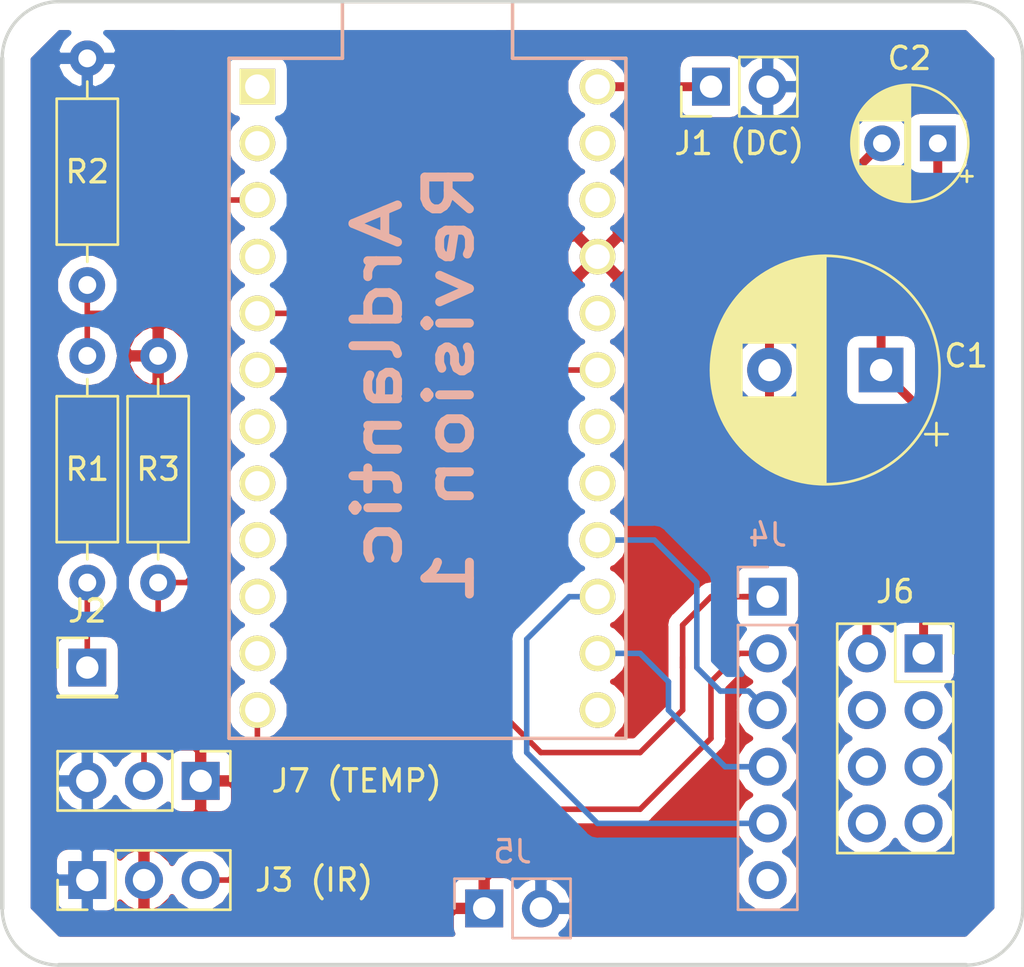
<source format=kicad_pcb>
(kicad_pcb (version 20171130) (host pcbnew 5.0.1)

  (general
    (thickness 1.6)
    (drawings 9)
    (tracks 72)
    (zones 0)
    (modules 13)
    (nets 36)
  )

  (page A4)
  (layers
    (0 F.Cu signal)
    (31 B.Cu signal)
    (32 B.Adhes user hide)
    (33 F.Adhes user hide)
    (34 B.Paste user hide)
    (35 F.Paste user hide)
    (36 B.SilkS user)
    (37 F.SilkS user)
    (38 B.Mask user hide)
    (39 F.Mask user)
    (40 Dwgs.User user hide)
    (41 Cmts.User user hide)
    (42 Eco1.User user hide)
    (43 Eco2.User user hide)
    (44 Edge.Cuts user)
    (45 Margin user hide)
    (46 B.CrtYd user hide)
    (47 F.CrtYd user hide)
    (48 B.Fab user hide)
    (49 F.Fab user hide)
  )

  (setup
    (last_trace_width 0.25)
    (trace_clearance 0.2)
    (zone_clearance 0.508)
    (zone_45_only no)
    (trace_min 0.2)
    (segment_width 0.2)
    (edge_width 0.15)
    (via_size 0.8)
    (via_drill 0.4)
    (via_min_size 0.4)
    (via_min_drill 0.3)
    (uvia_size 0.3)
    (uvia_drill 0.1)
    (uvias_allowed no)
    (uvia_min_size 0.2)
    (uvia_min_drill 0.1)
    (pcb_text_width 0.3)
    (pcb_text_size 1.5 1.5)
    (mod_edge_width 0.15)
    (mod_text_size 1 1)
    (mod_text_width 0.15)
    (pad_size 1.524 1.524)
    (pad_drill 0.762)
    (pad_to_mask_clearance 0.051)
    (solder_mask_min_width 0.25)
    (aux_axis_origin 0 0)
    (visible_elements FFFDFF7F)
    (pcbplotparams
      (layerselection 0x010fc_ffffffff)
      (usegerberextensions false)
      (usegerberattributes false)
      (usegerberadvancedattributes false)
      (creategerberjobfile true)
      (excludeedgelayer true)
      (linewidth 0.100000)
      (plotframeref false)
      (viasonmask false)
      (mode 1)
      (useauxorigin false)
      (hpglpennumber 1)
      (hpglpenspeed 20)
      (hpglpendiameter 15.000000)
      (psnegative false)
      (psa4output false)
      (plotreference true)
      (plotvalue true)
      (plotinvisibletext false)
      (padsonsilk false)
      (subtractmaskfromsilk false)
      (outputformat 1)
      (mirror false)
      (drillshape 0)
      (scaleselection 1)
      (outputdirectory "./"))
  )

  (net 0 "")
  (net 1 GND)
  (net 2 "Net-(J2-Pad1)")
  (net 3 /VCC)
  (net 4 /DAT)
  (net 5 /CE)
  (net 6 /CS)
  (net 7 /SCK)
  (net 8 /M0)
  (net 9 /M1)
  (net 10 "Net-(J4-Pad6)")
  (net 11 "Net-(J6-Pad3)")
  (net 12 "Net-(R1-Pad2)")
  (net 13 "Net-(U1-Pad1)")
  (net 14 "Net-(U1-Pad2)")
  (net 15 "Net-(U1-Pad4)")
  (net 16 "Net-(U1-Pad7)")
  (net 17 "Net-(U1-Pad8)")
  (net 18 "Net-(U1-Pad9)")
  (net 19 "Net-(U1-Pad10)")
  (net 20 "Net-(U1-Pad11)")
  (net 21 "Net-(U1-Pad13)")
  (net 22 "Net-(U1-Pad17)")
  (net 23 "Net-(U1-Pad18)")
  (net 24 "Net-(U1-Pad20)")
  (net 25 "Net-(U1-Pad22)")
  (net 26 "Net-(U1-Pad23)")
  (net 27 /VDC)
  (net 28 "Net-(J6-Pad7)")
  (net 29 "Net-(J6-Pad5)")
  (net 30 "Net-(C1-Pad1)")
  (net 31 /GND_NRF)
  (net 32 /M1_NRF)
  (net 33 /SCK_NRF)
  (net 34 /CE_NRF)
  (net 35 /TDATA)

  (net_class Default "This is the default net class."
    (clearance 0.2)
    (trace_width 0.25)
    (via_dia 0.8)
    (via_drill 0.4)
    (uvia_dia 0.3)
    (uvia_drill 0.1)
    (add_net /CE)
    (add_net /CE_NRF)
    (add_net /CS)
    (add_net /DAT)
    (add_net /GND_NRF)
    (add_net /M0)
    (add_net /M1)
    (add_net /M1_NRF)
    (add_net /SCK)
    (add_net /SCK_NRF)
    (add_net /TDATA)
    (add_net /VCC)
    (add_net /VDC)
    (add_net GND)
    (add_net "Net-(C1-Pad1)")
    (add_net "Net-(J2-Pad1)")
    (add_net "Net-(J4-Pad6)")
    (add_net "Net-(J6-Pad3)")
    (add_net "Net-(J6-Pad5)")
    (add_net "Net-(J6-Pad7)")
    (add_net "Net-(R1-Pad2)")
    (add_net "Net-(U1-Pad1)")
    (add_net "Net-(U1-Pad10)")
    (add_net "Net-(U1-Pad11)")
    (add_net "Net-(U1-Pad13)")
    (add_net "Net-(U1-Pad17)")
    (add_net "Net-(U1-Pad18)")
    (add_net "Net-(U1-Pad2)")
    (add_net "Net-(U1-Pad20)")
    (add_net "Net-(U1-Pad22)")
    (add_net "Net-(U1-Pad23)")
    (add_net "Net-(U1-Pad4)")
    (add_net "Net-(U1-Pad7)")
    (add_net "Net-(U1-Pad8)")
    (add_net "Net-(U1-Pad9)")
  )

  (module Capacitor_THT:CP_Radial_D10.0mm_P5.00mm (layer F.Cu) (tedit 5AE50EF1) (tstamp 5C5E1889)
    (at 137.16 66.04 180)
    (descr "CP, Radial series, Radial, pin pitch=5.00mm, , diameter=10mm, Electrolytic Capacitor")
    (tags "CP Radial series Radial pin pitch 5.00mm  diameter 10mm Electrolytic Capacitor")
    (path /5C4F73B4)
    (fp_text reference C1 (at -3.81 0.635 180) (layer F.SilkS)
      (effects (font (size 1 1) (thickness 0.15)))
    )
    (fp_text value 470µF (at 2.5 6.25 180) (layer F.Fab)
      (effects (font (size 1 1) (thickness 0.15)))
    )
    (fp_circle (center 2.5 0) (end 7.5 0) (layer F.Fab) (width 0.1))
    (fp_circle (center 2.5 0) (end 7.62 0) (layer F.SilkS) (width 0.12))
    (fp_circle (center 2.5 0) (end 7.75 0) (layer F.CrtYd) (width 0.05))
    (fp_line (start -1.788861 -2.1875) (end -0.788861 -2.1875) (layer F.Fab) (width 0.1))
    (fp_line (start -1.288861 -2.6875) (end -1.288861 -1.6875) (layer F.Fab) (width 0.1))
    (fp_line (start 2.5 -5.08) (end 2.5 5.08) (layer F.SilkS) (width 0.12))
    (fp_line (start 2.54 -5.08) (end 2.54 5.08) (layer F.SilkS) (width 0.12))
    (fp_line (start 2.58 -5.08) (end 2.58 5.08) (layer F.SilkS) (width 0.12))
    (fp_line (start 2.62 -5.079) (end 2.62 5.079) (layer F.SilkS) (width 0.12))
    (fp_line (start 2.66 -5.078) (end 2.66 5.078) (layer F.SilkS) (width 0.12))
    (fp_line (start 2.7 -5.077) (end 2.7 5.077) (layer F.SilkS) (width 0.12))
    (fp_line (start 2.74 -5.075) (end 2.74 5.075) (layer F.SilkS) (width 0.12))
    (fp_line (start 2.78 -5.073) (end 2.78 5.073) (layer F.SilkS) (width 0.12))
    (fp_line (start 2.82 -5.07) (end 2.82 5.07) (layer F.SilkS) (width 0.12))
    (fp_line (start 2.86 -5.068) (end 2.86 5.068) (layer F.SilkS) (width 0.12))
    (fp_line (start 2.9 -5.065) (end 2.9 5.065) (layer F.SilkS) (width 0.12))
    (fp_line (start 2.94 -5.062) (end 2.94 5.062) (layer F.SilkS) (width 0.12))
    (fp_line (start 2.98 -5.058) (end 2.98 5.058) (layer F.SilkS) (width 0.12))
    (fp_line (start 3.02 -5.054) (end 3.02 5.054) (layer F.SilkS) (width 0.12))
    (fp_line (start 3.06 -5.05) (end 3.06 5.05) (layer F.SilkS) (width 0.12))
    (fp_line (start 3.1 -5.045) (end 3.1 5.045) (layer F.SilkS) (width 0.12))
    (fp_line (start 3.14 -5.04) (end 3.14 5.04) (layer F.SilkS) (width 0.12))
    (fp_line (start 3.18 -5.035) (end 3.18 5.035) (layer F.SilkS) (width 0.12))
    (fp_line (start 3.221 -5.03) (end 3.221 5.03) (layer F.SilkS) (width 0.12))
    (fp_line (start 3.261 -5.024) (end 3.261 5.024) (layer F.SilkS) (width 0.12))
    (fp_line (start 3.301 -5.018) (end 3.301 5.018) (layer F.SilkS) (width 0.12))
    (fp_line (start 3.341 -5.011) (end 3.341 5.011) (layer F.SilkS) (width 0.12))
    (fp_line (start 3.381 -5.004) (end 3.381 5.004) (layer F.SilkS) (width 0.12))
    (fp_line (start 3.421 -4.997) (end 3.421 4.997) (layer F.SilkS) (width 0.12))
    (fp_line (start 3.461 -4.99) (end 3.461 4.99) (layer F.SilkS) (width 0.12))
    (fp_line (start 3.501 -4.982) (end 3.501 4.982) (layer F.SilkS) (width 0.12))
    (fp_line (start 3.541 -4.974) (end 3.541 4.974) (layer F.SilkS) (width 0.12))
    (fp_line (start 3.581 -4.965) (end 3.581 4.965) (layer F.SilkS) (width 0.12))
    (fp_line (start 3.621 -4.956) (end 3.621 4.956) (layer F.SilkS) (width 0.12))
    (fp_line (start 3.661 -4.947) (end 3.661 4.947) (layer F.SilkS) (width 0.12))
    (fp_line (start 3.701 -4.938) (end 3.701 4.938) (layer F.SilkS) (width 0.12))
    (fp_line (start 3.741 -4.928) (end 3.741 4.928) (layer F.SilkS) (width 0.12))
    (fp_line (start 3.781 -4.918) (end 3.781 -1.241) (layer F.SilkS) (width 0.12))
    (fp_line (start 3.781 1.241) (end 3.781 4.918) (layer F.SilkS) (width 0.12))
    (fp_line (start 3.821 -4.907) (end 3.821 -1.241) (layer F.SilkS) (width 0.12))
    (fp_line (start 3.821 1.241) (end 3.821 4.907) (layer F.SilkS) (width 0.12))
    (fp_line (start 3.861 -4.897) (end 3.861 -1.241) (layer F.SilkS) (width 0.12))
    (fp_line (start 3.861 1.241) (end 3.861 4.897) (layer F.SilkS) (width 0.12))
    (fp_line (start 3.901 -4.885) (end 3.901 -1.241) (layer F.SilkS) (width 0.12))
    (fp_line (start 3.901 1.241) (end 3.901 4.885) (layer F.SilkS) (width 0.12))
    (fp_line (start 3.941 -4.874) (end 3.941 -1.241) (layer F.SilkS) (width 0.12))
    (fp_line (start 3.941 1.241) (end 3.941 4.874) (layer F.SilkS) (width 0.12))
    (fp_line (start 3.981 -4.862) (end 3.981 -1.241) (layer F.SilkS) (width 0.12))
    (fp_line (start 3.981 1.241) (end 3.981 4.862) (layer F.SilkS) (width 0.12))
    (fp_line (start 4.021 -4.85) (end 4.021 -1.241) (layer F.SilkS) (width 0.12))
    (fp_line (start 4.021 1.241) (end 4.021 4.85) (layer F.SilkS) (width 0.12))
    (fp_line (start 4.061 -4.837) (end 4.061 -1.241) (layer F.SilkS) (width 0.12))
    (fp_line (start 4.061 1.241) (end 4.061 4.837) (layer F.SilkS) (width 0.12))
    (fp_line (start 4.101 -4.824) (end 4.101 -1.241) (layer F.SilkS) (width 0.12))
    (fp_line (start 4.101 1.241) (end 4.101 4.824) (layer F.SilkS) (width 0.12))
    (fp_line (start 4.141 -4.811) (end 4.141 -1.241) (layer F.SilkS) (width 0.12))
    (fp_line (start 4.141 1.241) (end 4.141 4.811) (layer F.SilkS) (width 0.12))
    (fp_line (start 4.181 -4.797) (end 4.181 -1.241) (layer F.SilkS) (width 0.12))
    (fp_line (start 4.181 1.241) (end 4.181 4.797) (layer F.SilkS) (width 0.12))
    (fp_line (start 4.221 -4.783) (end 4.221 -1.241) (layer F.SilkS) (width 0.12))
    (fp_line (start 4.221 1.241) (end 4.221 4.783) (layer F.SilkS) (width 0.12))
    (fp_line (start 4.261 -4.768) (end 4.261 -1.241) (layer F.SilkS) (width 0.12))
    (fp_line (start 4.261 1.241) (end 4.261 4.768) (layer F.SilkS) (width 0.12))
    (fp_line (start 4.301 -4.754) (end 4.301 -1.241) (layer F.SilkS) (width 0.12))
    (fp_line (start 4.301 1.241) (end 4.301 4.754) (layer F.SilkS) (width 0.12))
    (fp_line (start 4.341 -4.738) (end 4.341 -1.241) (layer F.SilkS) (width 0.12))
    (fp_line (start 4.341 1.241) (end 4.341 4.738) (layer F.SilkS) (width 0.12))
    (fp_line (start 4.381 -4.723) (end 4.381 -1.241) (layer F.SilkS) (width 0.12))
    (fp_line (start 4.381 1.241) (end 4.381 4.723) (layer F.SilkS) (width 0.12))
    (fp_line (start 4.421 -4.707) (end 4.421 -1.241) (layer F.SilkS) (width 0.12))
    (fp_line (start 4.421 1.241) (end 4.421 4.707) (layer F.SilkS) (width 0.12))
    (fp_line (start 4.461 -4.69) (end 4.461 -1.241) (layer F.SilkS) (width 0.12))
    (fp_line (start 4.461 1.241) (end 4.461 4.69) (layer F.SilkS) (width 0.12))
    (fp_line (start 4.501 -4.674) (end 4.501 -1.241) (layer F.SilkS) (width 0.12))
    (fp_line (start 4.501 1.241) (end 4.501 4.674) (layer F.SilkS) (width 0.12))
    (fp_line (start 4.541 -4.657) (end 4.541 -1.241) (layer F.SilkS) (width 0.12))
    (fp_line (start 4.541 1.241) (end 4.541 4.657) (layer F.SilkS) (width 0.12))
    (fp_line (start 4.581 -4.639) (end 4.581 -1.241) (layer F.SilkS) (width 0.12))
    (fp_line (start 4.581 1.241) (end 4.581 4.639) (layer F.SilkS) (width 0.12))
    (fp_line (start 4.621 -4.621) (end 4.621 -1.241) (layer F.SilkS) (width 0.12))
    (fp_line (start 4.621 1.241) (end 4.621 4.621) (layer F.SilkS) (width 0.12))
    (fp_line (start 4.661 -4.603) (end 4.661 -1.241) (layer F.SilkS) (width 0.12))
    (fp_line (start 4.661 1.241) (end 4.661 4.603) (layer F.SilkS) (width 0.12))
    (fp_line (start 4.701 -4.584) (end 4.701 -1.241) (layer F.SilkS) (width 0.12))
    (fp_line (start 4.701 1.241) (end 4.701 4.584) (layer F.SilkS) (width 0.12))
    (fp_line (start 4.741 -4.564) (end 4.741 -1.241) (layer F.SilkS) (width 0.12))
    (fp_line (start 4.741 1.241) (end 4.741 4.564) (layer F.SilkS) (width 0.12))
    (fp_line (start 4.781 -4.545) (end 4.781 -1.241) (layer F.SilkS) (width 0.12))
    (fp_line (start 4.781 1.241) (end 4.781 4.545) (layer F.SilkS) (width 0.12))
    (fp_line (start 4.821 -4.525) (end 4.821 -1.241) (layer F.SilkS) (width 0.12))
    (fp_line (start 4.821 1.241) (end 4.821 4.525) (layer F.SilkS) (width 0.12))
    (fp_line (start 4.861 -4.504) (end 4.861 -1.241) (layer F.SilkS) (width 0.12))
    (fp_line (start 4.861 1.241) (end 4.861 4.504) (layer F.SilkS) (width 0.12))
    (fp_line (start 4.901 -4.483) (end 4.901 -1.241) (layer F.SilkS) (width 0.12))
    (fp_line (start 4.901 1.241) (end 4.901 4.483) (layer F.SilkS) (width 0.12))
    (fp_line (start 4.941 -4.462) (end 4.941 -1.241) (layer F.SilkS) (width 0.12))
    (fp_line (start 4.941 1.241) (end 4.941 4.462) (layer F.SilkS) (width 0.12))
    (fp_line (start 4.981 -4.44) (end 4.981 -1.241) (layer F.SilkS) (width 0.12))
    (fp_line (start 4.981 1.241) (end 4.981 4.44) (layer F.SilkS) (width 0.12))
    (fp_line (start 5.021 -4.417) (end 5.021 -1.241) (layer F.SilkS) (width 0.12))
    (fp_line (start 5.021 1.241) (end 5.021 4.417) (layer F.SilkS) (width 0.12))
    (fp_line (start 5.061 -4.395) (end 5.061 -1.241) (layer F.SilkS) (width 0.12))
    (fp_line (start 5.061 1.241) (end 5.061 4.395) (layer F.SilkS) (width 0.12))
    (fp_line (start 5.101 -4.371) (end 5.101 -1.241) (layer F.SilkS) (width 0.12))
    (fp_line (start 5.101 1.241) (end 5.101 4.371) (layer F.SilkS) (width 0.12))
    (fp_line (start 5.141 -4.347) (end 5.141 -1.241) (layer F.SilkS) (width 0.12))
    (fp_line (start 5.141 1.241) (end 5.141 4.347) (layer F.SilkS) (width 0.12))
    (fp_line (start 5.181 -4.323) (end 5.181 -1.241) (layer F.SilkS) (width 0.12))
    (fp_line (start 5.181 1.241) (end 5.181 4.323) (layer F.SilkS) (width 0.12))
    (fp_line (start 5.221 -4.298) (end 5.221 -1.241) (layer F.SilkS) (width 0.12))
    (fp_line (start 5.221 1.241) (end 5.221 4.298) (layer F.SilkS) (width 0.12))
    (fp_line (start 5.261 -4.273) (end 5.261 -1.241) (layer F.SilkS) (width 0.12))
    (fp_line (start 5.261 1.241) (end 5.261 4.273) (layer F.SilkS) (width 0.12))
    (fp_line (start 5.301 -4.247) (end 5.301 -1.241) (layer F.SilkS) (width 0.12))
    (fp_line (start 5.301 1.241) (end 5.301 4.247) (layer F.SilkS) (width 0.12))
    (fp_line (start 5.341 -4.221) (end 5.341 -1.241) (layer F.SilkS) (width 0.12))
    (fp_line (start 5.341 1.241) (end 5.341 4.221) (layer F.SilkS) (width 0.12))
    (fp_line (start 5.381 -4.194) (end 5.381 -1.241) (layer F.SilkS) (width 0.12))
    (fp_line (start 5.381 1.241) (end 5.381 4.194) (layer F.SilkS) (width 0.12))
    (fp_line (start 5.421 -4.166) (end 5.421 -1.241) (layer F.SilkS) (width 0.12))
    (fp_line (start 5.421 1.241) (end 5.421 4.166) (layer F.SilkS) (width 0.12))
    (fp_line (start 5.461 -4.138) (end 5.461 -1.241) (layer F.SilkS) (width 0.12))
    (fp_line (start 5.461 1.241) (end 5.461 4.138) (layer F.SilkS) (width 0.12))
    (fp_line (start 5.501 -4.11) (end 5.501 -1.241) (layer F.SilkS) (width 0.12))
    (fp_line (start 5.501 1.241) (end 5.501 4.11) (layer F.SilkS) (width 0.12))
    (fp_line (start 5.541 -4.08) (end 5.541 -1.241) (layer F.SilkS) (width 0.12))
    (fp_line (start 5.541 1.241) (end 5.541 4.08) (layer F.SilkS) (width 0.12))
    (fp_line (start 5.581 -4.05) (end 5.581 -1.241) (layer F.SilkS) (width 0.12))
    (fp_line (start 5.581 1.241) (end 5.581 4.05) (layer F.SilkS) (width 0.12))
    (fp_line (start 5.621 -4.02) (end 5.621 -1.241) (layer F.SilkS) (width 0.12))
    (fp_line (start 5.621 1.241) (end 5.621 4.02) (layer F.SilkS) (width 0.12))
    (fp_line (start 5.661 -3.989) (end 5.661 -1.241) (layer F.SilkS) (width 0.12))
    (fp_line (start 5.661 1.241) (end 5.661 3.989) (layer F.SilkS) (width 0.12))
    (fp_line (start 5.701 -3.957) (end 5.701 -1.241) (layer F.SilkS) (width 0.12))
    (fp_line (start 5.701 1.241) (end 5.701 3.957) (layer F.SilkS) (width 0.12))
    (fp_line (start 5.741 -3.925) (end 5.741 -1.241) (layer F.SilkS) (width 0.12))
    (fp_line (start 5.741 1.241) (end 5.741 3.925) (layer F.SilkS) (width 0.12))
    (fp_line (start 5.781 -3.892) (end 5.781 -1.241) (layer F.SilkS) (width 0.12))
    (fp_line (start 5.781 1.241) (end 5.781 3.892) (layer F.SilkS) (width 0.12))
    (fp_line (start 5.821 -3.858) (end 5.821 -1.241) (layer F.SilkS) (width 0.12))
    (fp_line (start 5.821 1.241) (end 5.821 3.858) (layer F.SilkS) (width 0.12))
    (fp_line (start 5.861 -3.824) (end 5.861 -1.241) (layer F.SilkS) (width 0.12))
    (fp_line (start 5.861 1.241) (end 5.861 3.824) (layer F.SilkS) (width 0.12))
    (fp_line (start 5.901 -3.789) (end 5.901 -1.241) (layer F.SilkS) (width 0.12))
    (fp_line (start 5.901 1.241) (end 5.901 3.789) (layer F.SilkS) (width 0.12))
    (fp_line (start 5.941 -3.753) (end 5.941 -1.241) (layer F.SilkS) (width 0.12))
    (fp_line (start 5.941 1.241) (end 5.941 3.753) (layer F.SilkS) (width 0.12))
    (fp_line (start 5.981 -3.716) (end 5.981 -1.241) (layer F.SilkS) (width 0.12))
    (fp_line (start 5.981 1.241) (end 5.981 3.716) (layer F.SilkS) (width 0.12))
    (fp_line (start 6.021 -3.679) (end 6.021 -1.241) (layer F.SilkS) (width 0.12))
    (fp_line (start 6.021 1.241) (end 6.021 3.679) (layer F.SilkS) (width 0.12))
    (fp_line (start 6.061 -3.64) (end 6.061 -1.241) (layer F.SilkS) (width 0.12))
    (fp_line (start 6.061 1.241) (end 6.061 3.64) (layer F.SilkS) (width 0.12))
    (fp_line (start 6.101 -3.601) (end 6.101 -1.241) (layer F.SilkS) (width 0.12))
    (fp_line (start 6.101 1.241) (end 6.101 3.601) (layer F.SilkS) (width 0.12))
    (fp_line (start 6.141 -3.561) (end 6.141 -1.241) (layer F.SilkS) (width 0.12))
    (fp_line (start 6.141 1.241) (end 6.141 3.561) (layer F.SilkS) (width 0.12))
    (fp_line (start 6.181 -3.52) (end 6.181 -1.241) (layer F.SilkS) (width 0.12))
    (fp_line (start 6.181 1.241) (end 6.181 3.52) (layer F.SilkS) (width 0.12))
    (fp_line (start 6.221 -3.478) (end 6.221 -1.241) (layer F.SilkS) (width 0.12))
    (fp_line (start 6.221 1.241) (end 6.221 3.478) (layer F.SilkS) (width 0.12))
    (fp_line (start 6.261 -3.436) (end 6.261 3.436) (layer F.SilkS) (width 0.12))
    (fp_line (start 6.301 -3.392) (end 6.301 3.392) (layer F.SilkS) (width 0.12))
    (fp_line (start 6.341 -3.347) (end 6.341 3.347) (layer F.SilkS) (width 0.12))
    (fp_line (start 6.381 -3.301) (end 6.381 3.301) (layer F.SilkS) (width 0.12))
    (fp_line (start 6.421 -3.254) (end 6.421 3.254) (layer F.SilkS) (width 0.12))
    (fp_line (start 6.461 -3.206) (end 6.461 3.206) (layer F.SilkS) (width 0.12))
    (fp_line (start 6.501 -3.156) (end 6.501 3.156) (layer F.SilkS) (width 0.12))
    (fp_line (start 6.541 -3.106) (end 6.541 3.106) (layer F.SilkS) (width 0.12))
    (fp_line (start 6.581 -3.054) (end 6.581 3.054) (layer F.SilkS) (width 0.12))
    (fp_line (start 6.621 -3) (end 6.621 3) (layer F.SilkS) (width 0.12))
    (fp_line (start 6.661 -2.945) (end 6.661 2.945) (layer F.SilkS) (width 0.12))
    (fp_line (start 6.701 -2.889) (end 6.701 2.889) (layer F.SilkS) (width 0.12))
    (fp_line (start 6.741 -2.83) (end 6.741 2.83) (layer F.SilkS) (width 0.12))
    (fp_line (start 6.781 -2.77) (end 6.781 2.77) (layer F.SilkS) (width 0.12))
    (fp_line (start 6.821 -2.709) (end 6.821 2.709) (layer F.SilkS) (width 0.12))
    (fp_line (start 6.861 -2.645) (end 6.861 2.645) (layer F.SilkS) (width 0.12))
    (fp_line (start 6.901 -2.579) (end 6.901 2.579) (layer F.SilkS) (width 0.12))
    (fp_line (start 6.941 -2.51) (end 6.941 2.51) (layer F.SilkS) (width 0.12))
    (fp_line (start 6.981 -2.439) (end 6.981 2.439) (layer F.SilkS) (width 0.12))
    (fp_line (start 7.021 -2.365) (end 7.021 2.365) (layer F.SilkS) (width 0.12))
    (fp_line (start 7.061 -2.289) (end 7.061 2.289) (layer F.SilkS) (width 0.12))
    (fp_line (start 7.101 -2.209) (end 7.101 2.209) (layer F.SilkS) (width 0.12))
    (fp_line (start 7.141 -2.125) (end 7.141 2.125) (layer F.SilkS) (width 0.12))
    (fp_line (start 7.181 -2.037) (end 7.181 2.037) (layer F.SilkS) (width 0.12))
    (fp_line (start 7.221 -1.944) (end 7.221 1.944) (layer F.SilkS) (width 0.12))
    (fp_line (start 7.261 -1.846) (end 7.261 1.846) (layer F.SilkS) (width 0.12))
    (fp_line (start 7.301 -1.742) (end 7.301 1.742) (layer F.SilkS) (width 0.12))
    (fp_line (start 7.341 -1.63) (end 7.341 1.63) (layer F.SilkS) (width 0.12))
    (fp_line (start 7.381 -1.51) (end 7.381 1.51) (layer F.SilkS) (width 0.12))
    (fp_line (start 7.421 -1.378) (end 7.421 1.378) (layer F.SilkS) (width 0.12))
    (fp_line (start 7.461 -1.23) (end 7.461 1.23) (layer F.SilkS) (width 0.12))
    (fp_line (start 7.501 -1.062) (end 7.501 1.062) (layer F.SilkS) (width 0.12))
    (fp_line (start 7.541 -0.862) (end 7.541 0.862) (layer F.SilkS) (width 0.12))
    (fp_line (start 7.581 -0.599) (end 7.581 0.599) (layer F.SilkS) (width 0.12))
    (fp_line (start -2.979646 -2.875) (end -1.979646 -2.875) (layer F.SilkS) (width 0.12))
    (fp_line (start -2.479646 -3.375) (end -2.479646 -2.375) (layer F.SilkS) (width 0.12))
    (fp_text user %R (at 2.5 0 180) (layer F.Fab)
      (effects (font (size 1 1) (thickness 0.15)))
    )
    (pad 1 thru_hole rect (at 0 0 180) (size 2 2) (drill 1) (layers *.Cu *.Mask)
      (net 30 "Net-(C1-Pad1)"))
    (pad 2 thru_hole circle (at 5 0 180) (size 2 2) (drill 1) (layers *.Cu *.Mask)
      (net 31 /GND_NRF))
    (model ${KISYS3DMOD}/Capacitor_THT.3dshapes/CP_Radial_D10.0mm_P5.00mm.wrl
      (at (xyz 0 0 0))
      (scale (xyz 1 1 1))
      (rotate (xyz 0 0 0))
    )
  )

  (module Connector_PinHeader_2.54mm:PinHeader_1x02_P2.54mm_Vertical (layer F.Cu) (tedit 5C56E631) (tstamp 5C7E1989)
    (at 129.54 53.34 90)
    (descr "Through hole straight pin header, 1x02, 2.54mm pitch, single row")
    (tags "Through hole pin header THT 1x02 2.54mm single row")
    (path /5C4E133B)
    (fp_text reference "J1 (DC)" (at -2.54 1.27) (layer F.SilkS)
      (effects (font (size 1 1) (thickness 0.15)))
    )
    (fp_text value PowerSupply (at 0 4.87 90) (layer F.Fab)
      (effects (font (size 1 1) (thickness 0.15)))
    )
    (fp_text user %R (at 0 1.27 180) (layer F.Fab)
      (effects (font (size 1 1) (thickness 0.15)))
    )
    (fp_line (start 1.8 -1.8) (end -1.8 -1.8) (layer F.CrtYd) (width 0.05))
    (fp_line (start 1.8 4.35) (end 1.8 -1.8) (layer F.CrtYd) (width 0.05))
    (fp_line (start -1.8 4.35) (end 1.8 4.35) (layer F.CrtYd) (width 0.05))
    (fp_line (start -1.8 -1.8) (end -1.8 4.35) (layer F.CrtYd) (width 0.05))
    (fp_line (start -1.33 -1.33) (end 0 -1.33) (layer F.SilkS) (width 0.12))
    (fp_line (start -1.33 0) (end -1.33 -1.33) (layer F.SilkS) (width 0.12))
    (fp_line (start -1.33 1.27) (end 1.33 1.27) (layer F.SilkS) (width 0.12))
    (fp_line (start 1.33 1.27) (end 1.33 3.87) (layer F.SilkS) (width 0.12))
    (fp_line (start -1.33 1.27) (end -1.33 3.87) (layer F.SilkS) (width 0.12))
    (fp_line (start -1.33 3.87) (end 1.33 3.87) (layer F.SilkS) (width 0.12))
    (fp_line (start -1.27 -0.635) (end -0.635 -1.27) (layer F.Fab) (width 0.1))
    (fp_line (start -1.27 3.81) (end -1.27 -0.635) (layer F.Fab) (width 0.1))
    (fp_line (start 1.27 3.81) (end -1.27 3.81) (layer F.Fab) (width 0.1))
    (fp_line (start 1.27 -1.27) (end 1.27 3.81) (layer F.Fab) (width 0.1))
    (fp_line (start -0.635 -1.27) (end 1.27 -1.27) (layer F.Fab) (width 0.1))
    (pad 2 thru_hole oval (at 0 2.54 90) (size 1.7 1.7) (drill 1) (layers *.Cu *.Mask)
      (net 1 GND))
    (pad 1 thru_hole rect (at 0 0 90) (size 1.7 1.7) (drill 1) (layers *.Cu *.Mask)
      (net 27 /VDC))
    (model ${KISYS3DMOD}/Connector_PinHeader_2.54mm.3dshapes/PinHeader_1x02_P2.54mm_Vertical.wrl
      (at (xyz 0 0 0))
      (scale (xyz 1 1 1))
      (rotate (xyz 0 0 0))
    )
  )

  (module Connector_PinHeader_2.54mm:PinHeader_1x01_P2.54mm_Vertical (layer F.Cu) (tedit 59FED5CC) (tstamp 5C7E19AF)
    (at 101.6 79.375)
    (descr "Through hole straight pin header, 1x01, 2.54mm pitch, single row")
    (tags "Through hole pin header THT 1x01 2.54mm single row")
    (path /5C4E1537)
    (fp_text reference J2 (at 0 -2.54) (layer F.SilkS)
      (effects (font (size 1 1) (thickness 0.15)))
    )
    (fp_text value OnOffSensor (at 0 2.33) (layer F.Fab)
      (effects (font (size 1 1) (thickness 0.15)))
    )
    (fp_text user %R (at 0 0 90) (layer F.Fab)
      (effects (font (size 1 1) (thickness 0.15)))
    )
    (fp_line (start 1.8 -1.8) (end -1.8 -1.8) (layer F.CrtYd) (width 0.05))
    (fp_line (start 1.8 1.8) (end 1.8 -1.8) (layer F.CrtYd) (width 0.05))
    (fp_line (start -1.8 1.8) (end 1.8 1.8) (layer F.CrtYd) (width 0.05))
    (fp_line (start -1.8 -1.8) (end -1.8 1.8) (layer F.CrtYd) (width 0.05))
    (fp_line (start -1.33 -1.33) (end 0 -1.33) (layer F.SilkS) (width 0.12))
    (fp_line (start -1.33 0) (end -1.33 -1.33) (layer F.SilkS) (width 0.12))
    (fp_line (start -1.33 1.27) (end 1.33 1.27) (layer F.SilkS) (width 0.12))
    (fp_line (start 1.33 1.27) (end 1.33 1.33) (layer F.SilkS) (width 0.12))
    (fp_line (start -1.33 1.27) (end -1.33 1.33) (layer F.SilkS) (width 0.12))
    (fp_line (start -1.33 1.33) (end 1.33 1.33) (layer F.SilkS) (width 0.12))
    (fp_line (start -1.27 -0.635) (end -0.635 -1.27) (layer F.Fab) (width 0.1))
    (fp_line (start -1.27 1.27) (end -1.27 -0.635) (layer F.Fab) (width 0.1))
    (fp_line (start 1.27 1.27) (end -1.27 1.27) (layer F.Fab) (width 0.1))
    (fp_line (start 1.27 -1.27) (end 1.27 1.27) (layer F.Fab) (width 0.1))
    (fp_line (start -0.635 -1.27) (end 1.27 -1.27) (layer F.Fab) (width 0.1))
    (pad 1 thru_hole rect (at 0 0) (size 1.7 1.7) (drill 1) (layers *.Cu *.Mask)
      (net 2 "Net-(J2-Pad1)"))
    (model ${KISYS3DMOD}/Connector_PinHeader_2.54mm.3dshapes/PinHeader_1x01_P2.54mm_Vertical.wrl
      (at (xyz 0 0 0))
      (scale (xyz 1 1 1))
      (rotate (xyz 0 0 0))
    )
  )

  (module Connector_PinHeader_2.54mm:PinHeader_1x03_P2.54mm_Vertical (layer F.Cu) (tedit 5C56E615) (tstamp 5C7E19EF)
    (at 101.6 88.9 90)
    (descr "Through hole straight pin header, 1x03, 2.54mm pitch, single row")
    (tags "Through hole pin header THT 1x03 2.54mm single row")
    (path /5C4E122E)
    (fp_text reference "J3 (IR)" (at 0 10.16) (layer F.SilkS)
      (effects (font (size 1 1) (thickness 0.15)))
    )
    (fp_text value "IR Input" (at 0 7.41 90) (layer F.Fab)
      (effects (font (size 1 1) (thickness 0.15)))
    )
    (fp_text user %R (at 0 2.54 180) (layer F.Fab)
      (effects (font (size 1 1) (thickness 0.15)))
    )
    (fp_line (start 1.8 -1.8) (end -1.8 -1.8) (layer F.CrtYd) (width 0.05))
    (fp_line (start 1.8 6.85) (end 1.8 -1.8) (layer F.CrtYd) (width 0.05))
    (fp_line (start -1.8 6.85) (end 1.8 6.85) (layer F.CrtYd) (width 0.05))
    (fp_line (start -1.8 -1.8) (end -1.8 6.85) (layer F.CrtYd) (width 0.05))
    (fp_line (start -1.33 -1.33) (end 0 -1.33) (layer F.SilkS) (width 0.12))
    (fp_line (start -1.33 0) (end -1.33 -1.33) (layer F.SilkS) (width 0.12))
    (fp_line (start -1.33 1.27) (end 1.33 1.27) (layer F.SilkS) (width 0.12))
    (fp_line (start 1.33 1.27) (end 1.33 6.41) (layer F.SilkS) (width 0.12))
    (fp_line (start -1.33 1.27) (end -1.33 6.41) (layer F.SilkS) (width 0.12))
    (fp_line (start -1.33 6.41) (end 1.33 6.41) (layer F.SilkS) (width 0.12))
    (fp_line (start -1.27 -0.635) (end -0.635 -1.27) (layer F.Fab) (width 0.1))
    (fp_line (start -1.27 6.35) (end -1.27 -0.635) (layer F.Fab) (width 0.1))
    (fp_line (start 1.27 6.35) (end -1.27 6.35) (layer F.Fab) (width 0.1))
    (fp_line (start 1.27 -1.27) (end 1.27 6.35) (layer F.Fab) (width 0.1))
    (fp_line (start -0.635 -1.27) (end 1.27 -1.27) (layer F.Fab) (width 0.1))
    (pad 3 thru_hole oval (at 0 5.08 90) (size 1.7 1.7) (drill 1) (layers *.Cu *.Mask)
      (net 4 /DAT))
    (pad 2 thru_hole oval (at 0 2.54 90) (size 1.7 1.7) (drill 1) (layers *.Cu *.Mask)
      (net 3 /VCC))
    (pad 1 thru_hole rect (at 0 0 90) (size 1.7 1.7) (drill 1) (layers *.Cu *.Mask)
      (net 1 GND))
    (model ${KISYS3DMOD}/Connector_PinHeader_2.54mm.3dshapes/PinHeader_1x03_P2.54mm_Vertical.wrl
      (at (xyz 0 0 0))
      (scale (xyz 1 1 1))
      (rotate (xyz 0 0 0))
    )
  )

  (module Connector_PinSocket_2.54mm:PinSocket_1x06_P2.54mm_Vertical locked (layer B.Cu) (tedit 5A19A430) (tstamp 5C7E1A56)
    (at 132.08 76.2 180)
    (descr "Through hole straight socket strip, 1x06, 2.54mm pitch, single row (from Kicad 4.0.7), script generated")
    (tags "Through hole socket strip THT 1x06 2.54mm single row")
    (path /5C4E0B31)
    (fp_text reference J4 (at 0 2.77 180) (layer B.SilkS)
      (effects (font (size 1 1) (thickness 0.15)) (justify mirror))
    )
    (fp_text value "Shield NRF24 Input" (at 0 -15.47 180) (layer B.Fab)
      (effects (font (size 1 1) (thickness 0.15)) (justify mirror))
    )
    (fp_text user %R (at 0 -6.35 90) (layer B.Fab)
      (effects (font (size 1 1) (thickness 0.15)) (justify mirror))
    )
    (fp_line (start -1.8 -14.45) (end -1.8 1.8) (layer B.CrtYd) (width 0.05))
    (fp_line (start 1.75 -14.45) (end -1.8 -14.45) (layer B.CrtYd) (width 0.05))
    (fp_line (start 1.75 1.8) (end 1.75 -14.45) (layer B.CrtYd) (width 0.05))
    (fp_line (start -1.8 1.8) (end 1.75 1.8) (layer B.CrtYd) (width 0.05))
    (fp_line (start 0 1.33) (end 1.33 1.33) (layer B.SilkS) (width 0.12))
    (fp_line (start 1.33 1.33) (end 1.33 0) (layer B.SilkS) (width 0.12))
    (fp_line (start 1.33 -1.27) (end 1.33 -14.03) (layer B.SilkS) (width 0.12))
    (fp_line (start -1.33 -14.03) (end 1.33 -14.03) (layer B.SilkS) (width 0.12))
    (fp_line (start -1.33 -1.27) (end -1.33 -14.03) (layer B.SilkS) (width 0.12))
    (fp_line (start -1.33 -1.27) (end 1.33 -1.27) (layer B.SilkS) (width 0.12))
    (fp_line (start -1.27 -13.97) (end -1.27 1.27) (layer B.Fab) (width 0.1))
    (fp_line (start 1.27 -13.97) (end -1.27 -13.97) (layer B.Fab) (width 0.1))
    (fp_line (start 1.27 0.635) (end 1.27 -13.97) (layer B.Fab) (width 0.1))
    (fp_line (start 0.635 1.27) (end 1.27 0.635) (layer B.Fab) (width 0.1))
    (fp_line (start -1.27 1.27) (end 0.635 1.27) (layer B.Fab) (width 0.1))
    (pad 6 thru_hole oval (at 0 -12.7 180) (size 1.7 1.7) (drill 1) (layers *.Cu *.Mask)
      (net 10 "Net-(J4-Pad6)"))
    (pad 5 thru_hole oval (at 0 -10.16 180) (size 1.7 1.7) (drill 1) (layers *.Cu *.Mask)
      (net 9 /M1))
    (pad 4 thru_hole oval (at 0 -7.62 180) (size 1.7 1.7) (drill 1) (layers *.Cu *.Mask)
      (net 8 /M0))
    (pad 3 thru_hole oval (at 0 -5.08 180) (size 1.7 1.7) (drill 1) (layers *.Cu *.Mask)
      (net 7 /SCK))
    (pad 2 thru_hole oval (at 0 -2.54 180) (size 1.7 1.7) (drill 1) (layers *.Cu *.Mask)
      (net 6 /CS))
    (pad 1 thru_hole rect (at 0 0 180) (size 1.7 1.7) (drill 1) (layers *.Cu *.Mask)
      (net 5 /CE))
    (model ${KISYS3DMOD}/Connector_PinSocket_2.54mm.3dshapes/PinSocket_1x06_P2.54mm_Vertical.wrl
      (at (xyz 0 0 0))
      (scale (xyz 1 1 1))
      (rotate (xyz 0 0 0))
    )
  )

  (module Connector_PinSocket_2.54mm:PinSocket_2x04_P2.54mm_Vertical locked (layer F.Cu) (tedit 5A19A422) (tstamp 5C7E1A92)
    (at 139.065 78.74)
    (descr "Through hole straight socket strip, 2x04, 2.54mm pitch, double cols (from Kicad 4.0.7), script generated")
    (tags "Through hole socket strip THT 2x04 2.54mm double row")
    (path /5C4E0E70)
    (fp_text reference J6 (at -1.27 -2.77) (layer F.SilkS)
      (effects (font (size 1 1) (thickness 0.15)))
    )
    (fp_text value "Shield NRF24 Output" (at -1.27 10.39) (layer F.Fab)
      (effects (font (size 1 1) (thickness 0.15)))
    )
    (fp_text user %R (at -1.27 3.81 90) (layer F.Fab)
      (effects (font (size 1 1) (thickness 0.15)))
    )
    (fp_line (start -4.34 9.4) (end -4.34 -1.8) (layer F.CrtYd) (width 0.05))
    (fp_line (start 1.76 9.4) (end -4.34 9.4) (layer F.CrtYd) (width 0.05))
    (fp_line (start 1.76 -1.8) (end 1.76 9.4) (layer F.CrtYd) (width 0.05))
    (fp_line (start -4.34 -1.8) (end 1.76 -1.8) (layer F.CrtYd) (width 0.05))
    (fp_line (start 0 -1.33) (end 1.33 -1.33) (layer F.SilkS) (width 0.12))
    (fp_line (start 1.33 -1.33) (end 1.33 0) (layer F.SilkS) (width 0.12))
    (fp_line (start -1.27 -1.33) (end -1.27 1.27) (layer F.SilkS) (width 0.12))
    (fp_line (start -1.27 1.27) (end 1.33 1.27) (layer F.SilkS) (width 0.12))
    (fp_line (start 1.33 1.27) (end 1.33 8.95) (layer F.SilkS) (width 0.12))
    (fp_line (start -3.87 8.95) (end 1.33 8.95) (layer F.SilkS) (width 0.12))
    (fp_line (start -3.87 -1.33) (end -3.87 8.95) (layer F.SilkS) (width 0.12))
    (fp_line (start -3.87 -1.33) (end -1.27 -1.33) (layer F.SilkS) (width 0.12))
    (fp_line (start -3.81 8.89) (end -3.81 -1.27) (layer F.Fab) (width 0.1))
    (fp_line (start 1.27 8.89) (end -3.81 8.89) (layer F.Fab) (width 0.1))
    (fp_line (start 1.27 -0.27) (end 1.27 8.89) (layer F.Fab) (width 0.1))
    (fp_line (start 0.27 -1.27) (end 1.27 -0.27) (layer F.Fab) (width 0.1))
    (fp_line (start -3.81 -1.27) (end 0.27 -1.27) (layer F.Fab) (width 0.1))
    (pad 8 thru_hole oval (at -2.54 7.62) (size 1.7 1.7) (drill 1) (layers *.Cu *.Mask)
      (net 32 /M1_NRF))
    (pad 7 thru_hole oval (at 0 7.62) (size 1.7 1.7) (drill 1) (layers *.Cu *.Mask)
      (net 28 "Net-(J6-Pad7)"))
    (pad 6 thru_hole oval (at -2.54 5.08) (size 1.7 1.7) (drill 1) (layers *.Cu *.Mask)
      (net 33 /SCK_NRF))
    (pad 5 thru_hole oval (at 0 5.08) (size 1.7 1.7) (drill 1) (layers *.Cu *.Mask)
      (net 29 "Net-(J6-Pad5)"))
    (pad 4 thru_hole oval (at -2.54 2.54) (size 1.7 1.7) (drill 1) (layers *.Cu *.Mask)
      (net 34 /CE_NRF))
    (pad 3 thru_hole oval (at 0 2.54) (size 1.7 1.7) (drill 1) (layers *.Cu *.Mask)
      (net 11 "Net-(J6-Pad3)"))
    (pad 2 thru_hole oval (at -2.54 0) (size 1.7 1.7) (drill 1) (layers *.Cu *.Mask)
      (net 31 /GND_NRF))
    (pad 1 thru_hole rect (at 0 0) (size 1.7 1.7) (drill 1) (layers *.Cu *.Mask)
      (net 30 "Net-(C1-Pad1)"))
    (model ${KISYS3DMOD}/Connector_PinSocket_2.54mm.3dshapes/PinSocket_2x04_P2.54mm_Vertical.wrl
      (at (xyz 0 0 0))
      (scale (xyz 1 1 1))
      (rotate (xyz 0 0 0))
    )
  )

  (module Connector_PinHeader_2.54mm:PinHeader_1x02_P2.54mm_Vertical locked (layer B.Cu) (tedit 59FED5CC) (tstamp 5C7E1A6C)
    (at 119.38 90.17 270)
    (descr "Through hole straight pin header, 1x02, 2.54mm pitch, single row")
    (tags "Through hole pin header THT 1x02 2.54mm single row")
    (path /5C4E447F)
    (fp_text reference J5 (at -2.54 -1.27 180) (layer B.SilkS)
      (effects (font (size 1 1) (thickness 0.15)) (justify mirror))
    )
    (fp_text value "Shield NRF24 PowerSupply" (at 0 -4.87 270) (layer B.Fab)
      (effects (font (size 1 1) (thickness 0.15)) (justify mirror))
    )
    (fp_line (start -0.635 1.27) (end 1.27 1.27) (layer B.Fab) (width 0.1))
    (fp_line (start 1.27 1.27) (end 1.27 -3.81) (layer B.Fab) (width 0.1))
    (fp_line (start 1.27 -3.81) (end -1.27 -3.81) (layer B.Fab) (width 0.1))
    (fp_line (start -1.27 -3.81) (end -1.27 0.635) (layer B.Fab) (width 0.1))
    (fp_line (start -1.27 0.635) (end -0.635 1.27) (layer B.Fab) (width 0.1))
    (fp_line (start -1.33 -3.87) (end 1.33 -3.87) (layer B.SilkS) (width 0.12))
    (fp_line (start -1.33 -1.27) (end -1.33 -3.87) (layer B.SilkS) (width 0.12))
    (fp_line (start 1.33 -1.27) (end 1.33 -3.87) (layer B.SilkS) (width 0.12))
    (fp_line (start -1.33 -1.27) (end 1.33 -1.27) (layer B.SilkS) (width 0.12))
    (fp_line (start -1.33 0) (end -1.33 1.33) (layer B.SilkS) (width 0.12))
    (fp_line (start -1.33 1.33) (end 0 1.33) (layer B.SilkS) (width 0.12))
    (fp_line (start -1.8 1.8) (end -1.8 -4.35) (layer B.CrtYd) (width 0.05))
    (fp_line (start -1.8 -4.35) (end 1.8 -4.35) (layer B.CrtYd) (width 0.05))
    (fp_line (start 1.8 -4.35) (end 1.8 1.8) (layer B.CrtYd) (width 0.05))
    (fp_line (start 1.8 1.8) (end -1.8 1.8) (layer B.CrtYd) (width 0.05))
    (fp_text user %R (at 0 -1.27 180) (layer B.Fab)
      (effects (font (size 1 1) (thickness 0.15)) (justify mirror))
    )
    (pad 1 thru_hole rect (at 0 0 270) (size 1.7 1.7) (drill 1) (layers *.Cu *.Mask)
      (net 3 /VCC))
    (pad 2 thru_hole oval (at 0 -2.54 270) (size 1.7 1.7) (drill 1) (layers *.Cu *.Mask)
      (net 1 GND))
    (model ${KISYS3DMOD}/Connector_PinHeader_2.54mm.3dshapes/PinHeader_1x02_P2.54mm_Vertical.wrl
      (at (xyz 0 0 0))
      (scale (xyz 1 1 1))
      (rotate (xyz 0 0 0))
    )
  )

  (module Resistor_THT:R_Axial_DIN0207_L6.3mm_D2.5mm_P10.16mm_Horizontal (layer F.Cu) (tedit 5AE5139B) (tstamp 5C7E1AA9)
    (at 101.6 75.565 90)
    (descr "Resistor, Axial_DIN0207 series, Axial, Horizontal, pin pitch=10.16mm, 0.25W = 1/4W, length*diameter=6.3*2.5mm^2, http://cdn-reichelt.de/documents/datenblatt/B400/1_4W%23YAG.pdf")
    (tags "Resistor Axial_DIN0207 series Axial Horizontal pin pitch 10.16mm 0.25W = 1/4W length 6.3mm diameter 2.5mm")
    (path /5C4E967E)
    (fp_text reference R1 (at 5.08 0) (layer F.SilkS)
      (effects (font (size 1 1) (thickness 0.15)))
    )
    (fp_text value 1M (at 5.08 2.37 90) (layer F.Fab)
      (effects (font (size 1 1) (thickness 0.15)))
    )
    (fp_line (start 1.93 -1.25) (end 1.93 1.25) (layer F.Fab) (width 0.1))
    (fp_line (start 1.93 1.25) (end 8.23 1.25) (layer F.Fab) (width 0.1))
    (fp_line (start 8.23 1.25) (end 8.23 -1.25) (layer F.Fab) (width 0.1))
    (fp_line (start 8.23 -1.25) (end 1.93 -1.25) (layer F.Fab) (width 0.1))
    (fp_line (start 0 0) (end 1.93 0) (layer F.Fab) (width 0.1))
    (fp_line (start 10.16 0) (end 8.23 0) (layer F.Fab) (width 0.1))
    (fp_line (start 1.81 -1.37) (end 1.81 1.37) (layer F.SilkS) (width 0.12))
    (fp_line (start 1.81 1.37) (end 8.35 1.37) (layer F.SilkS) (width 0.12))
    (fp_line (start 8.35 1.37) (end 8.35 -1.37) (layer F.SilkS) (width 0.12))
    (fp_line (start 8.35 -1.37) (end 1.81 -1.37) (layer F.SilkS) (width 0.12))
    (fp_line (start 1.04 0) (end 1.81 0) (layer F.SilkS) (width 0.12))
    (fp_line (start 9.12 0) (end 8.35 0) (layer F.SilkS) (width 0.12))
    (fp_line (start -1.05 -1.5) (end -1.05 1.5) (layer F.CrtYd) (width 0.05))
    (fp_line (start -1.05 1.5) (end 11.21 1.5) (layer F.CrtYd) (width 0.05))
    (fp_line (start 11.21 1.5) (end 11.21 -1.5) (layer F.CrtYd) (width 0.05))
    (fp_line (start 11.21 -1.5) (end -1.05 -1.5) (layer F.CrtYd) (width 0.05))
    (fp_text user %R (at 5.08 0 90) (layer F.Fab)
      (effects (font (size 1 1) (thickness 0.15)))
    )
    (pad 1 thru_hole circle (at 0 0 90) (size 1.6 1.6) (drill 0.8) (layers *.Cu *.Mask)
      (net 2 "Net-(J2-Pad1)"))
    (pad 2 thru_hole oval (at 10.16 0 90) (size 1.6 1.6) (drill 0.8) (layers *.Cu *.Mask)
      (net 12 "Net-(R1-Pad2)"))
    (model ${KISYS3DMOD}/Resistor_THT.3dshapes/R_Axial_DIN0207_L6.3mm_D2.5mm_P10.16mm_Horizontal.wrl
      (at (xyz 0 0 0))
      (scale (xyz 1 1 1))
      (rotate (xyz 0 0 0))
    )
  )

  (module Resistor_THT:R_Axial_DIN0207_L6.3mm_D2.5mm_P10.16mm_Horizontal (layer F.Cu) (tedit 5AE5139B) (tstamp 5C7E1AC0)
    (at 101.6 62.23 90)
    (descr "Resistor, Axial_DIN0207 series, Axial, Horizontal, pin pitch=10.16mm, 0.25W = 1/4W, length*diameter=6.3*2.5mm^2, http://cdn-reichelt.de/documents/datenblatt/B400/1_4W%23YAG.pdf")
    (tags "Resistor Axial_DIN0207 series Axial Horizontal pin pitch 10.16mm 0.25W = 1/4W length 6.3mm diameter 2.5mm")
    (path /5C4E9799)
    (fp_text reference R2 (at 5.08 0) (layer F.SilkS)
      (effects (font (size 1 1) (thickness 0.15)))
    )
    (fp_text value 100K (at 5.08 2.37 90) (layer F.Fab)
      (effects (font (size 1 1) (thickness 0.15)))
    )
    (fp_text user %R (at 5.08 0 90) (layer F.Fab)
      (effects (font (size 1 1) (thickness 0.15)))
    )
    (fp_line (start 11.21 -1.5) (end -1.05 -1.5) (layer F.CrtYd) (width 0.05))
    (fp_line (start 11.21 1.5) (end 11.21 -1.5) (layer F.CrtYd) (width 0.05))
    (fp_line (start -1.05 1.5) (end 11.21 1.5) (layer F.CrtYd) (width 0.05))
    (fp_line (start -1.05 -1.5) (end -1.05 1.5) (layer F.CrtYd) (width 0.05))
    (fp_line (start 9.12 0) (end 8.35 0) (layer F.SilkS) (width 0.12))
    (fp_line (start 1.04 0) (end 1.81 0) (layer F.SilkS) (width 0.12))
    (fp_line (start 8.35 -1.37) (end 1.81 -1.37) (layer F.SilkS) (width 0.12))
    (fp_line (start 8.35 1.37) (end 8.35 -1.37) (layer F.SilkS) (width 0.12))
    (fp_line (start 1.81 1.37) (end 8.35 1.37) (layer F.SilkS) (width 0.12))
    (fp_line (start 1.81 -1.37) (end 1.81 1.37) (layer F.SilkS) (width 0.12))
    (fp_line (start 10.16 0) (end 8.23 0) (layer F.Fab) (width 0.1))
    (fp_line (start 0 0) (end 1.93 0) (layer F.Fab) (width 0.1))
    (fp_line (start 8.23 -1.25) (end 1.93 -1.25) (layer F.Fab) (width 0.1))
    (fp_line (start 8.23 1.25) (end 8.23 -1.25) (layer F.Fab) (width 0.1))
    (fp_line (start 1.93 1.25) (end 8.23 1.25) (layer F.Fab) (width 0.1))
    (fp_line (start 1.93 -1.25) (end 1.93 1.25) (layer F.Fab) (width 0.1))
    (pad 2 thru_hole oval (at 10.16 0 90) (size 1.6 1.6) (drill 0.8) (layers *.Cu *.Mask)
      (net 1 GND))
    (pad 1 thru_hole circle (at 0 0 90) (size 1.6 1.6) (drill 0.8) (layers *.Cu *.Mask)
      (net 12 "Net-(R1-Pad2)"))
    (model ${KISYS3DMOD}/Resistor_THT.3dshapes/R_Axial_DIN0207_L6.3mm_D2.5mm_P10.16mm_Horizontal.wrl
      (at (xyz 0 0 0))
      (scale (xyz 1 1 1))
      (rotate (xyz 0 0 0))
    )
  )

  (module layout:ProMicro (layer F.Cu) (tedit 5A06A962) (tstamp 5C7E1AEC)
    (at 116.84 67.31 270)
    (descr "Pro Micro footprint")
    (tags "promicro ProMicro")
    (path /5C4DF160)
    (fp_text reference U1 (at 0 -10.16 270) (layer F.SilkS) hide
      (effects (font (size 1 1) (thickness 0.15)))
    )
    (fp_text value "Arduino Pro Micro" (at 0 10.16 270) (layer F.Fab)
      (effects (font (size 1 1) (thickness 0.15)))
    )
    (fp_line (start 15.24 -8.89) (end 15.24 8.89) (layer B.SilkS) (width 0.15))
    (fp_line (start 15.24 8.89) (end -15.24 8.89) (layer B.SilkS) (width 0.15))
    (fp_line (start -15.24 8.89) (end -15.24 3.81) (layer B.SilkS) (width 0.15))
    (fp_line (start -15.24 3.81) (end -17.78 3.81) (layer B.SilkS) (width 0.15))
    (fp_line (start -17.78 3.81) (end -17.78 -3.81) (layer B.SilkS) (width 0.15))
    (fp_line (start -17.78 -3.81) (end -15.24 -3.81) (layer B.SilkS) (width 0.15))
    (fp_line (start -15.24 -3.81) (end -15.24 -8.89) (layer B.SilkS) (width 0.15))
    (fp_line (start -15.24 -8.89) (end 15.24 -8.89) (layer B.SilkS) (width 0.15))
    (fp_line (start -15.24 8.89) (end 15.24 8.89) (layer F.SilkS) (width 0.15))
    (fp_line (start -15.24 8.89) (end -15.24 3.81) (layer F.SilkS) (width 0.15))
    (fp_line (start -15.24 3.81) (end -17.78 3.81) (layer F.SilkS) (width 0.15))
    (fp_line (start -17.78 3.81) (end -17.78 -3.81) (layer F.SilkS) (width 0.15))
    (fp_line (start -17.78 -3.81) (end -15.24 -3.81) (layer F.SilkS) (width 0.15))
    (fp_line (start -15.24 -3.81) (end -15.24 -8.89) (layer F.SilkS) (width 0.15))
    (fp_line (start -15.24 -8.89) (end 15.24 -8.89) (layer F.SilkS) (width 0.15))
    (fp_line (start 15.24 -8.89) (end 15.24 8.89) (layer F.SilkS) (width 0.15))
    (pad 1 thru_hole rect (at -13.97 7.62 270) (size 1.6 1.6) (drill 1.1) (layers *.Cu *.Mask F.SilkS)
      (net 13 "Net-(U1-Pad1)"))
    (pad 2 thru_hole circle (at -11.43 7.62 270) (size 1.6 1.6) (drill 1.1) (layers *.Cu *.Mask F.SilkS)
      (net 14 "Net-(U1-Pad2)"))
    (pad 3 thru_hole circle (at -8.89 7.62 270) (size 1.6 1.6) (drill 1.1) (layers *.Cu *.Mask F.SilkS)
      (net 35 /TDATA))
    (pad 4 thru_hole circle (at -6.35 7.62 270) (size 1.6 1.6) (drill 1.1) (layers *.Cu *.Mask F.SilkS)
      (net 15 "Net-(U1-Pad4)"))
    (pad 5 thru_hole circle (at -3.81 7.62 270) (size 1.6 1.6) (drill 1.1) (layers *.Cu *.Mask F.SilkS)
      (net 5 /CE))
    (pad 6 thru_hole circle (at -1.27 7.62 270) (size 1.6 1.6) (drill 1.1) (layers *.Cu *.Mask F.SilkS)
      (net 6 /CS))
    (pad 7 thru_hole circle (at 1.27 7.62 270) (size 1.6 1.6) (drill 1.1) (layers *.Cu *.Mask F.SilkS)
      (net 16 "Net-(U1-Pad7)"))
    (pad 8 thru_hole circle (at 3.81 7.62 270) (size 1.6 1.6) (drill 1.1) (layers *.Cu *.Mask F.SilkS)
      (net 17 "Net-(U1-Pad8)"))
    (pad 9 thru_hole circle (at 6.35 7.62 270) (size 1.6 1.6) (drill 1.1) (layers *.Cu *.Mask F.SilkS)
      (net 18 "Net-(U1-Pad9)"))
    (pad 10 thru_hole circle (at 8.89 7.62 270) (size 1.6 1.6) (drill 1.1) (layers *.Cu *.Mask F.SilkS)
      (net 19 "Net-(U1-Pad10)"))
    (pad 11 thru_hole circle (at 11.43 7.62 270) (size 1.6 1.6) (drill 1.1) (layers *.Cu *.Mask F.SilkS)
      (net 20 "Net-(U1-Pad11)"))
    (pad 12 thru_hole circle (at 13.97 7.62 270) (size 1.6 1.6) (drill 1.1) (layers *.Cu *.Mask F.SilkS)
      (net 4 /DAT))
    (pad 13 thru_hole circle (at 13.97 -7.62 270) (size 1.6 1.6) (drill 1.1) (layers *.Cu *.Mask F.SilkS)
      (net 21 "Net-(U1-Pad13)"))
    (pad 14 thru_hole circle (at 11.43 -7.62 270) (size 1.6 1.6) (drill 1.1) (layers *.Cu *.Mask F.SilkS)
      (net 8 /M0))
    (pad 15 thru_hole circle (at 8.89 -7.62 270) (size 1.6 1.6) (drill 1.1) (layers *.Cu *.Mask F.SilkS)
      (net 9 /M1))
    (pad 16 thru_hole circle (at 6.35 -7.62 270) (size 1.6 1.6) (drill 1.1) (layers *.Cu *.Mask F.SilkS)
      (net 7 /SCK))
    (pad 17 thru_hole circle (at 3.81 -7.62 270) (size 1.6 1.6) (drill 1.1) (layers *.Cu *.Mask F.SilkS)
      (net 22 "Net-(U1-Pad17)"))
    (pad 18 thru_hole circle (at 1.27 -7.62 270) (size 1.6 1.6) (drill 1.1) (layers *.Cu *.Mask F.SilkS)
      (net 23 "Net-(U1-Pad18)"))
    (pad 19 thru_hole circle (at -1.27 -7.62 270) (size 1.6 1.6) (drill 1.1) (layers *.Cu *.Mask F.SilkS)
      (net 12 "Net-(R1-Pad2)"))
    (pad 20 thru_hole circle (at -3.81 -7.62 270) (size 1.6 1.6) (drill 1.1) (layers *.Cu *.Mask F.SilkS)
      (net 24 "Net-(U1-Pad20)"))
    (pad 21 thru_hole circle (at -6.35 -7.62 270) (size 1.6 1.6) (drill 1.1) (layers *.Cu *.Mask F.SilkS)
      (net 3 /VCC))
    (pad 22 thru_hole circle (at -8.89 -7.62 270) (size 1.6 1.6) (drill 1.1) (layers *.Cu *.Mask F.SilkS)
      (net 25 "Net-(U1-Pad22)"))
    (pad 23 thru_hole circle (at -11.43 -7.62 270) (size 1.6 1.6) (drill 1.1) (layers *.Cu *.Mask F.SilkS)
      (net 26 "Net-(U1-Pad23)"))
    (pad 24 thru_hole circle (at -13.97 -7.62 270) (size 1.6 1.6) (drill 1.1) (layers *.Cu *.Mask F.SilkS)
      (net 27 /VDC))
  )

  (module Capacitor_THT:CP_Radial_D5.0mm_P2.50mm (layer F.Cu) (tedit 5AE50EF0) (tstamp 5C5E190D)
    (at 139.7 55.88 180)
    (descr "CP, Radial series, Radial, pin pitch=2.50mm, , diameter=5mm, Electrolytic Capacitor")
    (tags "CP Radial series Radial pin pitch 2.50mm  diameter 5mm Electrolytic Capacitor")
    (path /5C4F74CE)
    (fp_text reference C2 (at 1.27 3.81 180) (layer F.SilkS)
      (effects (font (size 1 1) (thickness 0.15)))
    )
    (fp_text value 100nF (at 1.25 3.75 180) (layer F.Fab)
      (effects (font (size 1 1) (thickness 0.15)))
    )
    (fp_circle (center 1.25 0) (end 3.75 0) (layer F.Fab) (width 0.1))
    (fp_circle (center 1.25 0) (end 3.87 0) (layer F.SilkS) (width 0.12))
    (fp_circle (center 1.25 0) (end 4 0) (layer F.CrtYd) (width 0.05))
    (fp_line (start -0.883605 -1.0875) (end -0.383605 -1.0875) (layer F.Fab) (width 0.1))
    (fp_line (start -0.633605 -1.3375) (end -0.633605 -0.8375) (layer F.Fab) (width 0.1))
    (fp_line (start 1.25 -2.58) (end 1.25 2.58) (layer F.SilkS) (width 0.12))
    (fp_line (start 1.29 -2.58) (end 1.29 2.58) (layer F.SilkS) (width 0.12))
    (fp_line (start 1.33 -2.579) (end 1.33 2.579) (layer F.SilkS) (width 0.12))
    (fp_line (start 1.37 -2.578) (end 1.37 2.578) (layer F.SilkS) (width 0.12))
    (fp_line (start 1.41 -2.576) (end 1.41 2.576) (layer F.SilkS) (width 0.12))
    (fp_line (start 1.45 -2.573) (end 1.45 2.573) (layer F.SilkS) (width 0.12))
    (fp_line (start 1.49 -2.569) (end 1.49 -1.04) (layer F.SilkS) (width 0.12))
    (fp_line (start 1.49 1.04) (end 1.49 2.569) (layer F.SilkS) (width 0.12))
    (fp_line (start 1.53 -2.565) (end 1.53 -1.04) (layer F.SilkS) (width 0.12))
    (fp_line (start 1.53 1.04) (end 1.53 2.565) (layer F.SilkS) (width 0.12))
    (fp_line (start 1.57 -2.561) (end 1.57 -1.04) (layer F.SilkS) (width 0.12))
    (fp_line (start 1.57 1.04) (end 1.57 2.561) (layer F.SilkS) (width 0.12))
    (fp_line (start 1.61 -2.556) (end 1.61 -1.04) (layer F.SilkS) (width 0.12))
    (fp_line (start 1.61 1.04) (end 1.61 2.556) (layer F.SilkS) (width 0.12))
    (fp_line (start 1.65 -2.55) (end 1.65 -1.04) (layer F.SilkS) (width 0.12))
    (fp_line (start 1.65 1.04) (end 1.65 2.55) (layer F.SilkS) (width 0.12))
    (fp_line (start 1.69 -2.543) (end 1.69 -1.04) (layer F.SilkS) (width 0.12))
    (fp_line (start 1.69 1.04) (end 1.69 2.543) (layer F.SilkS) (width 0.12))
    (fp_line (start 1.73 -2.536) (end 1.73 -1.04) (layer F.SilkS) (width 0.12))
    (fp_line (start 1.73 1.04) (end 1.73 2.536) (layer F.SilkS) (width 0.12))
    (fp_line (start 1.77 -2.528) (end 1.77 -1.04) (layer F.SilkS) (width 0.12))
    (fp_line (start 1.77 1.04) (end 1.77 2.528) (layer F.SilkS) (width 0.12))
    (fp_line (start 1.81 -2.52) (end 1.81 -1.04) (layer F.SilkS) (width 0.12))
    (fp_line (start 1.81 1.04) (end 1.81 2.52) (layer F.SilkS) (width 0.12))
    (fp_line (start 1.85 -2.511) (end 1.85 -1.04) (layer F.SilkS) (width 0.12))
    (fp_line (start 1.85 1.04) (end 1.85 2.511) (layer F.SilkS) (width 0.12))
    (fp_line (start 1.89 -2.501) (end 1.89 -1.04) (layer F.SilkS) (width 0.12))
    (fp_line (start 1.89 1.04) (end 1.89 2.501) (layer F.SilkS) (width 0.12))
    (fp_line (start 1.93 -2.491) (end 1.93 -1.04) (layer F.SilkS) (width 0.12))
    (fp_line (start 1.93 1.04) (end 1.93 2.491) (layer F.SilkS) (width 0.12))
    (fp_line (start 1.971 -2.48) (end 1.971 -1.04) (layer F.SilkS) (width 0.12))
    (fp_line (start 1.971 1.04) (end 1.971 2.48) (layer F.SilkS) (width 0.12))
    (fp_line (start 2.011 -2.468) (end 2.011 -1.04) (layer F.SilkS) (width 0.12))
    (fp_line (start 2.011 1.04) (end 2.011 2.468) (layer F.SilkS) (width 0.12))
    (fp_line (start 2.051 -2.455) (end 2.051 -1.04) (layer F.SilkS) (width 0.12))
    (fp_line (start 2.051 1.04) (end 2.051 2.455) (layer F.SilkS) (width 0.12))
    (fp_line (start 2.091 -2.442) (end 2.091 -1.04) (layer F.SilkS) (width 0.12))
    (fp_line (start 2.091 1.04) (end 2.091 2.442) (layer F.SilkS) (width 0.12))
    (fp_line (start 2.131 -2.428) (end 2.131 -1.04) (layer F.SilkS) (width 0.12))
    (fp_line (start 2.131 1.04) (end 2.131 2.428) (layer F.SilkS) (width 0.12))
    (fp_line (start 2.171 -2.414) (end 2.171 -1.04) (layer F.SilkS) (width 0.12))
    (fp_line (start 2.171 1.04) (end 2.171 2.414) (layer F.SilkS) (width 0.12))
    (fp_line (start 2.211 -2.398) (end 2.211 -1.04) (layer F.SilkS) (width 0.12))
    (fp_line (start 2.211 1.04) (end 2.211 2.398) (layer F.SilkS) (width 0.12))
    (fp_line (start 2.251 -2.382) (end 2.251 -1.04) (layer F.SilkS) (width 0.12))
    (fp_line (start 2.251 1.04) (end 2.251 2.382) (layer F.SilkS) (width 0.12))
    (fp_line (start 2.291 -2.365) (end 2.291 -1.04) (layer F.SilkS) (width 0.12))
    (fp_line (start 2.291 1.04) (end 2.291 2.365) (layer F.SilkS) (width 0.12))
    (fp_line (start 2.331 -2.348) (end 2.331 -1.04) (layer F.SilkS) (width 0.12))
    (fp_line (start 2.331 1.04) (end 2.331 2.348) (layer F.SilkS) (width 0.12))
    (fp_line (start 2.371 -2.329) (end 2.371 -1.04) (layer F.SilkS) (width 0.12))
    (fp_line (start 2.371 1.04) (end 2.371 2.329) (layer F.SilkS) (width 0.12))
    (fp_line (start 2.411 -2.31) (end 2.411 -1.04) (layer F.SilkS) (width 0.12))
    (fp_line (start 2.411 1.04) (end 2.411 2.31) (layer F.SilkS) (width 0.12))
    (fp_line (start 2.451 -2.29) (end 2.451 -1.04) (layer F.SilkS) (width 0.12))
    (fp_line (start 2.451 1.04) (end 2.451 2.29) (layer F.SilkS) (width 0.12))
    (fp_line (start 2.491 -2.268) (end 2.491 -1.04) (layer F.SilkS) (width 0.12))
    (fp_line (start 2.491 1.04) (end 2.491 2.268) (layer F.SilkS) (width 0.12))
    (fp_line (start 2.531 -2.247) (end 2.531 -1.04) (layer F.SilkS) (width 0.12))
    (fp_line (start 2.531 1.04) (end 2.531 2.247) (layer F.SilkS) (width 0.12))
    (fp_line (start 2.571 -2.224) (end 2.571 -1.04) (layer F.SilkS) (width 0.12))
    (fp_line (start 2.571 1.04) (end 2.571 2.224) (layer F.SilkS) (width 0.12))
    (fp_line (start 2.611 -2.2) (end 2.611 -1.04) (layer F.SilkS) (width 0.12))
    (fp_line (start 2.611 1.04) (end 2.611 2.2) (layer F.SilkS) (width 0.12))
    (fp_line (start 2.651 -2.175) (end 2.651 -1.04) (layer F.SilkS) (width 0.12))
    (fp_line (start 2.651 1.04) (end 2.651 2.175) (layer F.SilkS) (width 0.12))
    (fp_line (start 2.691 -2.149) (end 2.691 -1.04) (layer F.SilkS) (width 0.12))
    (fp_line (start 2.691 1.04) (end 2.691 2.149) (layer F.SilkS) (width 0.12))
    (fp_line (start 2.731 -2.122) (end 2.731 -1.04) (layer F.SilkS) (width 0.12))
    (fp_line (start 2.731 1.04) (end 2.731 2.122) (layer F.SilkS) (width 0.12))
    (fp_line (start 2.771 -2.095) (end 2.771 -1.04) (layer F.SilkS) (width 0.12))
    (fp_line (start 2.771 1.04) (end 2.771 2.095) (layer F.SilkS) (width 0.12))
    (fp_line (start 2.811 -2.065) (end 2.811 -1.04) (layer F.SilkS) (width 0.12))
    (fp_line (start 2.811 1.04) (end 2.811 2.065) (layer F.SilkS) (width 0.12))
    (fp_line (start 2.851 -2.035) (end 2.851 -1.04) (layer F.SilkS) (width 0.12))
    (fp_line (start 2.851 1.04) (end 2.851 2.035) (layer F.SilkS) (width 0.12))
    (fp_line (start 2.891 -2.004) (end 2.891 -1.04) (layer F.SilkS) (width 0.12))
    (fp_line (start 2.891 1.04) (end 2.891 2.004) (layer F.SilkS) (width 0.12))
    (fp_line (start 2.931 -1.971) (end 2.931 -1.04) (layer F.SilkS) (width 0.12))
    (fp_line (start 2.931 1.04) (end 2.931 1.971) (layer F.SilkS) (width 0.12))
    (fp_line (start 2.971 -1.937) (end 2.971 -1.04) (layer F.SilkS) (width 0.12))
    (fp_line (start 2.971 1.04) (end 2.971 1.937) (layer F.SilkS) (width 0.12))
    (fp_line (start 3.011 -1.901) (end 3.011 -1.04) (layer F.SilkS) (width 0.12))
    (fp_line (start 3.011 1.04) (end 3.011 1.901) (layer F.SilkS) (width 0.12))
    (fp_line (start 3.051 -1.864) (end 3.051 -1.04) (layer F.SilkS) (width 0.12))
    (fp_line (start 3.051 1.04) (end 3.051 1.864) (layer F.SilkS) (width 0.12))
    (fp_line (start 3.091 -1.826) (end 3.091 -1.04) (layer F.SilkS) (width 0.12))
    (fp_line (start 3.091 1.04) (end 3.091 1.826) (layer F.SilkS) (width 0.12))
    (fp_line (start 3.131 -1.785) (end 3.131 -1.04) (layer F.SilkS) (width 0.12))
    (fp_line (start 3.131 1.04) (end 3.131 1.785) (layer F.SilkS) (width 0.12))
    (fp_line (start 3.171 -1.743) (end 3.171 -1.04) (layer F.SilkS) (width 0.12))
    (fp_line (start 3.171 1.04) (end 3.171 1.743) (layer F.SilkS) (width 0.12))
    (fp_line (start 3.211 -1.699) (end 3.211 -1.04) (layer F.SilkS) (width 0.12))
    (fp_line (start 3.211 1.04) (end 3.211 1.699) (layer F.SilkS) (width 0.12))
    (fp_line (start 3.251 -1.653) (end 3.251 -1.04) (layer F.SilkS) (width 0.12))
    (fp_line (start 3.251 1.04) (end 3.251 1.653) (layer F.SilkS) (width 0.12))
    (fp_line (start 3.291 -1.605) (end 3.291 -1.04) (layer F.SilkS) (width 0.12))
    (fp_line (start 3.291 1.04) (end 3.291 1.605) (layer F.SilkS) (width 0.12))
    (fp_line (start 3.331 -1.554) (end 3.331 -1.04) (layer F.SilkS) (width 0.12))
    (fp_line (start 3.331 1.04) (end 3.331 1.554) (layer F.SilkS) (width 0.12))
    (fp_line (start 3.371 -1.5) (end 3.371 -1.04) (layer F.SilkS) (width 0.12))
    (fp_line (start 3.371 1.04) (end 3.371 1.5) (layer F.SilkS) (width 0.12))
    (fp_line (start 3.411 -1.443) (end 3.411 -1.04) (layer F.SilkS) (width 0.12))
    (fp_line (start 3.411 1.04) (end 3.411 1.443) (layer F.SilkS) (width 0.12))
    (fp_line (start 3.451 -1.383) (end 3.451 -1.04) (layer F.SilkS) (width 0.12))
    (fp_line (start 3.451 1.04) (end 3.451 1.383) (layer F.SilkS) (width 0.12))
    (fp_line (start 3.491 -1.319) (end 3.491 -1.04) (layer F.SilkS) (width 0.12))
    (fp_line (start 3.491 1.04) (end 3.491 1.319) (layer F.SilkS) (width 0.12))
    (fp_line (start 3.531 -1.251) (end 3.531 -1.04) (layer F.SilkS) (width 0.12))
    (fp_line (start 3.531 1.04) (end 3.531 1.251) (layer F.SilkS) (width 0.12))
    (fp_line (start 3.571 -1.178) (end 3.571 1.178) (layer F.SilkS) (width 0.12))
    (fp_line (start 3.611 -1.098) (end 3.611 1.098) (layer F.SilkS) (width 0.12))
    (fp_line (start 3.651 -1.011) (end 3.651 1.011) (layer F.SilkS) (width 0.12))
    (fp_line (start 3.691 -0.915) (end 3.691 0.915) (layer F.SilkS) (width 0.12))
    (fp_line (start 3.731 -0.805) (end 3.731 0.805) (layer F.SilkS) (width 0.12))
    (fp_line (start 3.771 -0.677) (end 3.771 0.677) (layer F.SilkS) (width 0.12))
    (fp_line (start 3.811 -0.518) (end 3.811 0.518) (layer F.SilkS) (width 0.12))
    (fp_line (start 3.851 -0.284) (end 3.851 0.284) (layer F.SilkS) (width 0.12))
    (fp_line (start -1.554775 -1.475) (end -1.054775 -1.475) (layer F.SilkS) (width 0.12))
    (fp_line (start -1.304775 -1.725) (end -1.304775 -1.225) (layer F.SilkS) (width 0.12))
    (fp_text user %R (at 1.25 0 180) (layer F.Fab)
      (effects (font (size 1 1) (thickness 0.15)))
    )
    (pad 1 thru_hole rect (at 0 0 180) (size 1.6 1.6) (drill 0.8) (layers *.Cu *.Mask)
      (net 30 "Net-(C1-Pad1)"))
    (pad 2 thru_hole circle (at 2.5 0 180) (size 1.6 1.6) (drill 0.8) (layers *.Cu *.Mask)
      (net 31 /GND_NRF))
    (model ${KISYS3DMOD}/Capacitor_THT.3dshapes/CP_Radial_D5.0mm_P2.50mm.wrl
      (at (xyz 0 0 0))
      (scale (xyz 1 1 1))
      (rotate (xyz 0 0 0))
    )
  )

  (module Connector_PinHeader_2.54mm:PinHeader_1x03_P2.54mm_Vertical (layer F.Cu) (tedit 5C56E5FF) (tstamp 5C6344DB)
    (at 106.68 84.455 270)
    (descr "Through hole straight pin header, 1x03, 2.54mm pitch, single row")
    (tags "Through hole pin header THT 1x03 2.54mm single row")
    (path /5C56F94D)
    (fp_text reference "J7 (TEMP)" (at 0 -6.985 180) (layer F.SilkS)
      (effects (font (size 1 1) (thickness 0.15)))
    )
    (fp_text value "Temp Input" (at 0 7.41 270) (layer F.Fab)
      (effects (font (size 1 1) (thickness 0.15)))
    )
    (fp_line (start -0.635 -1.27) (end 1.27 -1.27) (layer F.Fab) (width 0.1))
    (fp_line (start 1.27 -1.27) (end 1.27 6.35) (layer F.Fab) (width 0.1))
    (fp_line (start 1.27 6.35) (end -1.27 6.35) (layer F.Fab) (width 0.1))
    (fp_line (start -1.27 6.35) (end -1.27 -0.635) (layer F.Fab) (width 0.1))
    (fp_line (start -1.27 -0.635) (end -0.635 -1.27) (layer F.Fab) (width 0.1))
    (fp_line (start -1.33 6.41) (end 1.33 6.41) (layer F.SilkS) (width 0.12))
    (fp_line (start -1.33 1.27) (end -1.33 6.41) (layer F.SilkS) (width 0.12))
    (fp_line (start 1.33 1.27) (end 1.33 6.41) (layer F.SilkS) (width 0.12))
    (fp_line (start -1.33 1.27) (end 1.33 1.27) (layer F.SilkS) (width 0.12))
    (fp_line (start -1.33 0) (end -1.33 -1.33) (layer F.SilkS) (width 0.12))
    (fp_line (start -1.33 -1.33) (end 0 -1.33) (layer F.SilkS) (width 0.12))
    (fp_line (start -1.8 -1.8) (end -1.8 6.85) (layer F.CrtYd) (width 0.05))
    (fp_line (start -1.8 6.85) (end 1.8 6.85) (layer F.CrtYd) (width 0.05))
    (fp_line (start 1.8 6.85) (end 1.8 -1.8) (layer F.CrtYd) (width 0.05))
    (fp_line (start 1.8 -1.8) (end -1.8 -1.8) (layer F.CrtYd) (width 0.05))
    (fp_text user %R (at 0 2.54) (layer F.Fab)
      (effects (font (size 1 1) (thickness 0.15)))
    )
    (pad 1 thru_hole rect (at 0 0 270) (size 1.7 1.7) (drill 1) (layers *.Cu *.Mask)
      (net 3 /VCC))
    (pad 2 thru_hole oval (at 0 2.54 270) (size 1.7 1.7) (drill 1) (layers *.Cu *.Mask)
      (net 35 /TDATA))
    (pad 3 thru_hole oval (at 0 5.08 270) (size 1.7 1.7) (drill 1) (layers *.Cu *.Mask)
      (net 1 GND))
    (model ${KISYS3DMOD}/Connector_PinHeader_2.54mm.3dshapes/PinHeader_1x03_P2.54mm_Vertical.wrl
      (at (xyz 0 0 0))
      (scale (xyz 1 1 1))
      (rotate (xyz 0 0 0))
    )
  )

  (module Resistor_THT:R_Axial_DIN0207_L6.3mm_D2.5mm_P10.16mm_Horizontal (layer F.Cu) (tedit 5AE5139B) (tstamp 5C6344F2)
    (at 104.775 75.565 90)
    (descr "Resistor, Axial_DIN0207 series, Axial, Horizontal, pin pitch=10.16mm, 0.25W = 1/4W, length*diameter=6.3*2.5mm^2, http://cdn-reichelt.de/documents/datenblatt/B400/1_4W%23YAG.pdf")
    (tags "Resistor Axial_DIN0207 series Axial Horizontal pin pitch 10.16mm 0.25W = 1/4W length 6.3mm diameter 2.5mm")
    (path /5C56EEAD)
    (fp_text reference R3 (at 5.08 0) (layer F.SilkS)
      (effects (font (size 1 1) (thickness 0.15)))
    )
    (fp_text value 4.7K (at 5.08 2.37 90) (layer F.Fab)
      (effects (font (size 1 1) (thickness 0.15)))
    )
    (fp_line (start 1.93 -1.25) (end 1.93 1.25) (layer F.Fab) (width 0.1))
    (fp_line (start 1.93 1.25) (end 8.23 1.25) (layer F.Fab) (width 0.1))
    (fp_line (start 8.23 1.25) (end 8.23 -1.25) (layer F.Fab) (width 0.1))
    (fp_line (start 8.23 -1.25) (end 1.93 -1.25) (layer F.Fab) (width 0.1))
    (fp_line (start 0 0) (end 1.93 0) (layer F.Fab) (width 0.1))
    (fp_line (start 10.16 0) (end 8.23 0) (layer F.Fab) (width 0.1))
    (fp_line (start 1.81 -1.37) (end 1.81 1.37) (layer F.SilkS) (width 0.12))
    (fp_line (start 1.81 1.37) (end 8.35 1.37) (layer F.SilkS) (width 0.12))
    (fp_line (start 8.35 1.37) (end 8.35 -1.37) (layer F.SilkS) (width 0.12))
    (fp_line (start 8.35 -1.37) (end 1.81 -1.37) (layer F.SilkS) (width 0.12))
    (fp_line (start 1.04 0) (end 1.81 0) (layer F.SilkS) (width 0.12))
    (fp_line (start 9.12 0) (end 8.35 0) (layer F.SilkS) (width 0.12))
    (fp_line (start -1.05 -1.5) (end -1.05 1.5) (layer F.CrtYd) (width 0.05))
    (fp_line (start -1.05 1.5) (end 11.21 1.5) (layer F.CrtYd) (width 0.05))
    (fp_line (start 11.21 1.5) (end 11.21 -1.5) (layer F.CrtYd) (width 0.05))
    (fp_line (start 11.21 -1.5) (end -1.05 -1.5) (layer F.CrtYd) (width 0.05))
    (fp_text user %R (at 5.08 0 90) (layer F.Fab)
      (effects (font (size 1 1) (thickness 0.15)))
    )
    (pad 1 thru_hole circle (at 0 0 90) (size 1.6 1.6) (drill 0.8) (layers *.Cu *.Mask)
      (net 35 /TDATA))
    (pad 2 thru_hole oval (at 10.16 0 90) (size 1.6 1.6) (drill 0.8) (layers *.Cu *.Mask)
      (net 3 /VCC))
    (model ${KISYS3DMOD}/Resistor_THT.3dshapes/R_Axial_DIN0207_L6.3mm_D2.5mm_P10.16mm_Horizontal.wrl
      (at (xyz 0 0 0))
      (scale (xyz 1 1 1))
      (rotate (xyz 0 0 0))
    )
  )

  (gr_text "Ardlantic\nRevision 1" (at 116.205 66.675 90) (layer B.SilkS)
    (effects (font (size 2 2.5) (thickness 0.4)) (justify mirror))
  )
  (gr_arc (start 100.33 90.17) (end 97.79 90.17) (angle -90) (layer Edge.Cuts) (width 0.15))
  (gr_arc (start 100.33 52.07) (end 100.33 49.53) (angle -90) (layer Edge.Cuts) (width 0.15))
  (gr_arc (start 140.97 52.07) (end 143.51 52.07) (angle -90) (layer Edge.Cuts) (width 0.15))
  (gr_line (start 140.97 49.53) (end 100.33 49.53) (layer Edge.Cuts) (width 0.15))
  (gr_line (start 143.51 90.17) (end 143.51 52.07) (layer Edge.Cuts) (width 0.15))
  (gr_arc (start 140.97 90.17) (end 140.97 92.71) (angle -90) (layer Edge.Cuts) (width 0.15))
  (gr_line (start 97.79 90.17) (end 97.79 52.07) (layer Edge.Cuts) (width 0.2))
  (gr_line (start 140.97 92.71) (end 100.33 92.71) (layer Edge.Cuts) (width 0.2))

  (segment (start 101.6 75.565) (end 101.6 79.375) (width 0.25) (layer F.Cu) (net 2))
  (segment (start 106.68 88.9) (end 107.95 88.9) (width 0.25) (layer F.Cu) (net 4))
  (segment (start 107.95 88.9) (end 109.22 87.63) (width 0.25) (layer F.Cu) (net 4))
  (segment (start 109.22 87.63) (end 109.22 83.82) (width 0.25) (layer F.Cu) (net 4))
  (segment (start 109.22 81.28) (end 109.22 85.09) (width 0.25) (layer F.Cu) (net 4))
  (segment (start 109.22 63.5) (end 113.03 63.5) (width 0.25) (layer F.Cu) (net 5))
  (segment (start 113.03 63.5) (end 118.745 69.215) (width 0.25) (layer F.Cu) (net 5))
  (segment (start 118.745 69.215) (end 118.745 80.01) (width 0.25) (layer F.Cu) (net 5))
  (segment (start 118.745 80.01) (end 121.92 83.185) (width 0.25) (layer F.Cu) (net 5))
  (segment (start 121.92 83.185) (end 126.365 83.185) (width 0.25) (layer F.Cu) (net 5))
  (segment (start 126.365 83.185) (end 128.27 81.28) (width 0.25) (layer F.Cu) (net 5))
  (segment (start 130.98 76.2) (end 132.08 76.2) (width 0.25) (layer F.Cu) (net 5))
  (segment (start 132.08 76.2) (end 129.54 76.2) (width 0.25) (layer F.Cu) (net 5))
  (segment (start 128.27 77.47) (end 128.27 79.375) (width 0.25) (layer F.Cu) (net 5))
  (segment (start 129.54 76.2) (end 128.27 77.47) (width 0.25) (layer F.Cu) (net 5))
  (segment (start 128.27 81.28) (end 128.27 79.375) (width 0.25) (layer F.Cu) (net 5))
  (segment (start 128.27 79.375) (end 128.27 78.91) (width 0.25) (layer F.Cu) (net 5))
  (segment (start 109.22 66.04) (end 113.03 66.04) (width 0.25) (layer F.Cu) (net 6))
  (segment (start 113.03 66.04) (end 116.205 69.215) (width 0.25) (layer F.Cu) (net 6))
  (segment (start 116.205 69.215) (end 116.205 80.01) (width 0.25) (layer F.Cu) (net 6))
  (segment (start 116.205 80.01) (end 121.92 85.725) (width 0.25) (layer F.Cu) (net 6))
  (segment (start 121.92 85.725) (end 126.365 85.725) (width 0.25) (layer F.Cu) (net 6))
  (segment (start 126.365 85.725) (end 129.54 82.55) (width 0.25) (layer F.Cu) (net 6))
  (segment (start 129.54 82.55) (end 129.54 80.01) (width 0.25) (layer F.Cu) (net 6))
  (segment (start 129.54 80.01) (end 130.81 78.74) (width 0.25) (layer F.Cu) (net 6))
  (segment (start 130.81 78.74) (end 132.08 78.74) (width 0.25) (layer F.Cu) (net 6))
  (segment (start 131.230001 80.430001) (end 129.960001 80.430001) (width 0.25) (layer B.Cu) (net 7))
  (segment (start 132.08 81.28) (end 131.230001 80.430001) (width 0.25) (layer B.Cu) (net 7))
  (segment (start 129.960001 80.430001) (end 128.905 79.375) (width 0.25) (layer B.Cu) (net 7))
  (segment (start 128.905 79.375) (end 128.905 75.565) (width 0.25) (layer B.Cu) (net 7))
  (segment (start 127 73.66) (end 124.46 73.66) (width 0.25) (layer B.Cu) (net 7))
  (segment (start 128.905 75.565) (end 127 73.66) (width 0.25) (layer B.Cu) (net 7))
  (segment (start 132.08 83.82) (end 130.175 83.82) (width 0.25) (layer B.Cu) (net 8))
  (segment (start 130.175 83.82) (end 127.635 81.28) (width 0.25) (layer B.Cu) (net 8))
  (segment (start 127.635 81.28) (end 127.635 80.01) (width 0.25) (layer B.Cu) (net 8))
  (segment (start 127.635 80.01) (end 126.365 78.74) (width 0.25) (layer B.Cu) (net 8))
  (segment (start 126.365 78.74) (end 124.46 78.74) (width 0.25) (layer B.Cu) (net 8))
  (segment (start 123.19 76.2) (end 124.46 76.2) (width 0.25) (layer B.Cu) (net 9))
  (segment (start 121.285 78.105) (end 123.19 76.2) (width 0.25) (layer B.Cu) (net 9))
  (segment (start 121.285 83.185) (end 121.285 78.105) (width 0.25) (layer B.Cu) (net 9))
  (segment (start 132.08 86.36) (end 124.46 86.36) (width 0.25) (layer B.Cu) (net 9))
  (segment (start 124.46 86.36) (end 121.285 83.185) (width 0.25) (layer B.Cu) (net 9))
  (segment (start 104.775 62.23) (end 103.505 63.5) (width 0.25) (layer F.Cu) (net 12))
  (segment (start 104.775 52.705) (end 104.775 62.23) (width 0.25) (layer F.Cu) (net 12))
  (segment (start 121.92 66.04) (end 120.65 64.77) (width 0.25) (layer F.Cu) (net 12))
  (segment (start 124.46 66.04) (end 121.92 66.04) (width 0.25) (layer F.Cu) (net 12))
  (segment (start 120.65 64.77) (end 120.65 52.705) (width 0.25) (layer F.Cu) (net 12))
  (segment (start 120.65 52.705) (end 119.38 51.435) (width 0.25) (layer F.Cu) (net 12))
  (segment (start 119.38 51.435) (end 106.045 51.435) (width 0.25) (layer F.Cu) (net 12))
  (segment (start 106.045 51.435) (end 104.775 52.705) (width 0.25) (layer F.Cu) (net 12))
  (segment (start 103.505 63.5) (end 101.6 63.5) (width 0.25) (layer F.Cu) (net 12))
  (segment (start 101.6 62.23) (end 101.6 63.5) (width 0.25) (layer F.Cu) (net 12))
  (segment (start 101.6 63.5) (end 101.6 65.405) (width 0.25) (layer F.Cu) (net 12))
  (segment (start 124.46 53.34) (end 129.54 53.34) (width 0.4) (layer F.Cu) (net 27))
  (segment (start 139.065 67.945) (end 137.16 66.04) (width 0.4) (layer F.Cu) (net 30))
  (segment (start 139.065 78.74) (end 139.065 67.945) (width 0.4) (layer F.Cu) (net 30))
  (segment (start 137.16 66.04) (end 137.16 64.135) (width 0.4) (layer F.Cu) (net 30))
  (segment (start 139.7 61.595) (end 139.7 55.88) (width 0.4) (layer F.Cu) (net 30))
  (segment (start 137.16 64.135) (end 139.7 61.595) (width 0.4) (layer F.Cu) (net 30))
  (segment (start 136.525 78.74) (end 136.525 73.025) (width 0.4) (layer F.Cu) (net 31))
  (segment (start 132.16 68.66) (end 132.16 66.04) (width 0.4) (layer F.Cu) (net 31))
  (segment (start 136.525 73.025) (end 132.16 68.66) (width 0.4) (layer F.Cu) (net 31))
  (segment (start 132.16 60.92) (end 137.2 55.88) (width 0.4) (layer F.Cu) (net 31))
  (segment (start 132.16 66.04) (end 132.16 60.92) (width 0.4) (layer F.Cu) (net 31))
  (segment (start 109.22 58.42) (end 107.315 58.42) (width 0.25) (layer F.Cu) (net 35))
  (segment (start 107.315 58.42) (end 106.68 59.055) (width 0.25) (layer F.Cu) (net 35))
  (segment (start 106.68 59.055) (end 106.68 74.93) (width 0.25) (layer F.Cu) (net 35))
  (segment (start 106.045 75.565) (end 104.775 75.565) (width 0.25) (layer F.Cu) (net 35))
  (segment (start 106.68 74.93) (end 106.045 75.565) (width 0.25) (layer F.Cu) (net 35))
  (segment (start 104.14 82.55) (end 104.775 81.915) (width 0.25) (layer F.Cu) (net 35))
  (segment (start 104.14 84.455) (end 104.14 82.55) (width 0.25) (layer F.Cu) (net 35))
  (segment (start 104.775 75.565) (end 104.775 81.915) (width 0.25) (layer F.Cu) (net 35))

  (zone (net 3) (net_name /VCC) (layer F.Cu) (tstamp 5C634DA2) (hatch edge 0.508)
    (connect_pads (clearance 0.508))
    (min_thickness 0.254)
    (fill yes (arc_segments 16) (thermal_gap 0.508) (thermal_bridge_width 0.508))
    (polygon
      (pts
        (xy 99.06 90.17) (xy 100.33 91.44) (xy 140.97 91.44) (xy 142.24 90.17) (xy 142.24 52.07)
        (xy 140.97 50.8) (xy 100.33 50.8) (xy 99.06 52.07)
      )
    )
    (filled_polygon
      (pts
        (xy 100.565423 51.035423) (xy 100.24826 51.510091) (xy 100.136887 52.07) (xy 100.24826 52.629909) (xy 100.565423 53.104577)
        (xy 101.040091 53.42174) (xy 101.458667 53.505) (xy 101.741333 53.505) (xy 102.159909 53.42174) (xy 102.634577 53.104577)
        (xy 102.95174 52.629909) (xy 103.063113 52.07) (xy 102.95174 51.510091) (xy 102.634577 51.035423) (xy 102.472311 50.927)
        (xy 105.470391 50.927) (xy 105.454671 50.950527) (xy 104.29053 52.114669) (xy 104.227071 52.157071) (xy 104.059096 52.408464)
        (xy 104.015 52.630149) (xy 104.015 52.630153) (xy 104.000112 52.705) (xy 104.015 52.779847) (xy 104.015001 61.915197)
        (xy 103.190199 62.74) (xy 102.941984 62.74) (xy 103.035 62.515439) (xy 103.035 61.944561) (xy 102.816534 61.417138)
        (xy 102.412862 61.013466) (xy 101.885439 60.795) (xy 101.314561 60.795) (xy 100.787138 61.013466) (xy 100.383466 61.417138)
        (xy 100.165 61.944561) (xy 100.165 62.515439) (xy 100.383466 63.042862) (xy 100.787138 63.446534) (xy 100.832046 63.465136)
        (xy 100.825111 63.5) (xy 100.84 63.574852) (xy 100.84 64.186956) (xy 100.565423 64.370423) (xy 100.24826 64.845091)
        (xy 100.136887 65.405) (xy 100.24826 65.964909) (xy 100.565423 66.439577) (xy 101.040091 66.75674) (xy 101.458667 66.84)
        (xy 101.741333 66.84) (xy 102.159909 66.75674) (xy 102.634577 66.439577) (xy 102.95174 65.964909) (xy 102.993684 65.754041)
        (xy 103.383086 65.754041) (xy 103.622611 66.260134) (xy 104.037577 66.636041) (xy 104.425961 66.796904) (xy 104.648 66.674915)
        (xy 104.648 65.532) (xy 103.504371 65.532) (xy 103.383086 65.754041) (xy 102.993684 65.754041) (xy 103.063113 65.405)
        (xy 102.993685 65.055959) (xy 103.383086 65.055959) (xy 103.504371 65.278) (xy 104.648 65.278) (xy 104.648 64.135085)
        (xy 104.425961 64.013096) (xy 104.037577 64.173959) (xy 103.622611 64.549866) (xy 103.383086 65.055959) (xy 102.993685 65.055959)
        (xy 102.95174 64.845091) (xy 102.634577 64.370423) (xy 102.469317 64.26) (xy 103.430153 64.26) (xy 103.505 64.274888)
        (xy 103.579847 64.26) (xy 103.579852 64.26) (xy 103.801537 64.215904) (xy 104.052929 64.047929) (xy 104.095331 63.98447)
        (xy 105.259473 62.820329) (xy 105.322929 62.777929) (xy 105.490904 62.526537) (xy 105.535 62.304852) (xy 105.535 62.304848)
        (xy 105.549888 62.230001) (xy 105.535 62.155154) (xy 105.535 53.019801) (xy 106.359802 52.195) (xy 107.886814 52.195)
        (xy 107.821843 52.292235) (xy 107.77256 52.54) (xy 107.77256 54.14) (xy 107.821843 54.387765) (xy 107.962191 54.597809)
        (xy 108.172235 54.738157) (xy 108.305866 54.764738) (xy 108.003466 55.067138) (xy 107.785 55.594561) (xy 107.785 56.165439)
        (xy 108.003466 56.692862) (xy 108.407138 57.096534) (xy 108.536216 57.15) (xy 108.407138 57.203466) (xy 108.003466 57.607138)
        (xy 107.98157 57.66) (xy 107.389848 57.66) (xy 107.315 57.645112) (xy 107.240152 57.66) (xy 107.240148 57.66)
        (xy 107.018463 57.704096) (xy 106.767071 57.872071) (xy 106.724671 57.935527) (xy 106.19553 58.464669) (xy 106.132071 58.507071)
        (xy 105.964096 58.758464) (xy 105.92 58.980149) (xy 105.92 58.980153) (xy 105.905112 59.055) (xy 105.92 59.129847)
        (xy 105.92 64.543173) (xy 105.512423 64.173959) (xy 105.124039 64.013096) (xy 104.902 64.135085) (xy 104.902 65.278)
        (xy 104.922 65.278) (xy 104.922 65.532) (xy 104.902 65.532) (xy 104.902 66.674915) (xy 105.124039 66.796904)
        (xy 105.512423 66.636041) (xy 105.92 66.266827) (xy 105.920001 74.615197) (xy 105.887297 74.647901) (xy 105.587862 74.348466)
        (xy 105.060439 74.13) (xy 104.489561 74.13) (xy 103.962138 74.348466) (xy 103.558466 74.752138) (xy 103.34 75.279561)
        (xy 103.34 75.850439) (xy 103.558466 76.377862) (xy 103.962138 76.781534) (xy 104.015 76.80343) (xy 104.015001 81.600197)
        (xy 103.655528 81.959671) (xy 103.592072 82.002071) (xy 103.549672 82.065527) (xy 103.549671 82.065528) (xy 103.424097 82.253463)
        (xy 103.365112 82.55) (xy 103.380001 82.624851) (xy 103.380001 83.176822) (xy 103.069375 83.384375) (xy 102.87 83.682761)
        (xy 102.670625 83.384375) (xy 102.179418 83.056161) (xy 101.746256 82.97) (xy 101.453744 82.97) (xy 101.020582 83.056161)
        (xy 100.529375 83.384375) (xy 100.201161 83.875582) (xy 100.085908 84.455) (xy 100.201161 85.034418) (xy 100.529375 85.525625)
        (xy 101.020582 85.853839) (xy 101.453744 85.94) (xy 101.746256 85.94) (xy 102.179418 85.853839) (xy 102.670625 85.525625)
        (xy 102.87 85.227239) (xy 103.069375 85.525625) (xy 103.560582 85.853839) (xy 103.993744 85.94) (xy 104.286256 85.94)
        (xy 104.719418 85.853839) (xy 105.210625 85.525625) (xy 105.225096 85.503967) (xy 105.291673 85.664698) (xy 105.470301 85.843327)
        (xy 105.70369 85.94) (xy 106.39425 85.94) (xy 106.553 85.78125) (xy 106.553 84.582) (xy 106.807 84.582)
        (xy 106.807 85.78125) (xy 106.96575 85.94) (xy 107.65631 85.94) (xy 107.889699 85.843327) (xy 108.068327 85.664698)
        (xy 108.165 85.431309) (xy 108.165 84.74075) (xy 108.00625 84.582) (xy 106.807 84.582) (xy 106.553 84.582)
        (xy 106.533 84.582) (xy 106.533 84.328) (xy 106.553 84.328) (xy 106.553 83.12875) (xy 106.807 83.12875)
        (xy 106.807 84.328) (xy 108.00625 84.328) (xy 108.165 84.16925) (xy 108.165 83.478691) (xy 108.068327 83.245302)
        (xy 107.889699 83.066673) (xy 107.65631 82.97) (xy 106.96575 82.97) (xy 106.807 83.12875) (xy 106.553 83.12875)
        (xy 106.39425 82.97) (xy 105.70369 82.97) (xy 105.470301 83.066673) (xy 105.291673 83.245302) (xy 105.225096 83.406033)
        (xy 105.210625 83.384375) (xy 104.9 83.176822) (xy 104.9 82.864801) (xy 105.259473 82.505329) (xy 105.322929 82.462929)
        (xy 105.490904 82.211537) (xy 105.535 81.989852) (xy 105.535 81.989848) (xy 105.549888 81.915) (xy 105.535 81.840152)
        (xy 105.535 76.80343) (xy 105.587862 76.781534) (xy 105.991534 76.377862) (xy 106.010136 76.332953) (xy 106.045 76.339888)
        (xy 106.119847 76.325) (xy 106.119852 76.325) (xy 106.341537 76.280904) (xy 106.592929 76.112929) (xy 106.635331 76.04947)
        (xy 107.164473 75.520329) (xy 107.227929 75.477929) (xy 107.395904 75.226537) (xy 107.44 75.004852) (xy 107.44 75.004848)
        (xy 107.454888 74.93) (xy 107.44 74.855152) (xy 107.44 59.369801) (xy 107.629802 59.18) (xy 107.98157 59.18)
        (xy 108.003466 59.232862) (xy 108.407138 59.636534) (xy 108.536216 59.69) (xy 108.407138 59.743466) (xy 108.003466 60.147138)
        (xy 107.785 60.674561) (xy 107.785 61.245439) (xy 108.003466 61.772862) (xy 108.407138 62.176534) (xy 108.536216 62.23)
        (xy 108.407138 62.283466) (xy 108.003466 62.687138) (xy 107.785 63.214561) (xy 107.785 63.785439) (xy 108.003466 64.312862)
        (xy 108.407138 64.716534) (xy 108.536216 64.77) (xy 108.407138 64.823466) (xy 108.003466 65.227138) (xy 107.785 65.754561)
        (xy 107.785 66.325439) (xy 108.003466 66.852862) (xy 108.407138 67.256534) (xy 108.536216 67.31) (xy 108.407138 67.363466)
        (xy 108.003466 67.767138) (xy 107.785 68.294561) (xy 107.785 68.865439) (xy 108.003466 69.392862) (xy 108.407138 69.796534)
        (xy 108.536216 69.85) (xy 108.407138 69.903466) (xy 108.003466 70.307138) (xy 107.785 70.834561) (xy 107.785 71.405439)
        (xy 108.003466 71.932862) (xy 108.407138 72.336534) (xy 108.536216 72.39) (xy 108.407138 72.443466) (xy 108.003466 72.847138)
        (xy 107.785 73.374561) (xy 107.785 73.945439) (xy 108.003466 74.472862) (xy 108.407138 74.876534) (xy 108.536216 74.93)
        (xy 108.407138 74.983466) (xy 108.003466 75.387138) (xy 107.785 75.914561) (xy 107.785 76.485439) (xy 108.003466 77.012862)
        (xy 108.407138 77.416534) (xy 108.536216 77.47) (xy 108.407138 77.523466) (xy 108.003466 77.927138) (xy 107.785 78.454561)
        (xy 107.785 79.025439) (xy 108.003466 79.552862) (xy 108.407138 79.956534) (xy 108.536216 80.01) (xy 108.407138 80.063466)
        (xy 108.003466 80.467138) (xy 107.785 80.994561) (xy 107.785 81.565439) (xy 108.003466 82.092862) (xy 108.407138 82.496534)
        (xy 108.46 82.51843) (xy 108.460001 83.745148) (xy 108.46 87.315198) (xy 107.828811 87.946388) (xy 107.750625 87.829375)
        (xy 107.259418 87.501161) (xy 106.826256 87.415) (xy 106.533744 87.415) (xy 106.100582 87.501161) (xy 105.609375 87.829375)
        (xy 105.396157 88.148478) (xy 105.335183 88.018642) (xy 104.906924 87.628355) (xy 104.49689 87.458524) (xy 104.267 87.579845)
        (xy 104.267 88.773) (xy 104.287 88.773) (xy 104.287 89.027) (xy 104.267 89.027) (xy 104.267 90.220155)
        (xy 104.49689 90.341476) (xy 104.906924 90.171645) (xy 105.335183 89.781358) (xy 105.396157 89.651522) (xy 105.609375 89.970625)
        (xy 106.100582 90.298839) (xy 106.533744 90.385) (xy 106.826256 90.385) (xy 107.259418 90.298839) (xy 107.750625 89.970625)
        (xy 107.948438 89.674577) (xy 107.95 89.674888) (xy 108.024847 89.66) (xy 108.024852 89.66) (xy 108.246537 89.615904)
        (xy 108.497929 89.447929) (xy 108.540331 89.38447) (xy 108.73111 89.193691) (xy 117.895 89.193691) (xy 117.895 89.88425)
        (xy 118.05375 90.043) (xy 119.253 90.043) (xy 119.253 88.84375) (xy 119.09425 88.685) (xy 118.40369 88.685)
        (xy 118.170301 88.781673) (xy 117.991673 88.960302) (xy 117.895 89.193691) (xy 108.73111 89.193691) (xy 109.704473 88.220329)
        (xy 109.767929 88.177929) (xy 109.935904 87.926537) (xy 109.98 87.704852) (xy 109.98 87.704848) (xy 109.994888 87.630001)
        (xy 109.98 87.555154) (xy 109.98 82.51843) (xy 110.032862 82.496534) (xy 110.436534 82.092862) (xy 110.655 81.565439)
        (xy 110.655 80.994561) (xy 110.436534 80.467138) (xy 110.032862 80.063466) (xy 109.903784 80.01) (xy 110.032862 79.956534)
        (xy 110.436534 79.552862) (xy 110.655 79.025439) (xy 110.655 78.454561) (xy 110.436534 77.927138) (xy 110.032862 77.523466)
        (xy 109.903784 77.47) (xy 110.032862 77.416534) (xy 110.436534 77.012862) (xy 110.655 76.485439) (xy 110.655 75.914561)
        (xy 110.436534 75.387138) (xy 110.032862 74.983466) (xy 109.903784 74.93) (xy 110.032862 74.876534) (xy 110.436534 74.472862)
        (xy 110.655 73.945439) (xy 110.655 73.374561) (xy 110.436534 72.847138) (xy 110.032862 72.443466) (xy 109.903784 72.39)
        (xy 110.032862 72.336534) (xy 110.436534 71.932862) (xy 110.655 71.405439) (xy 110.655 70.834561) (xy 110.436534 70.307138)
        (xy 110.032862 69.903466) (xy 109.903784 69.85) (xy 110.032862 69.796534) (xy 110.436534 69.392862) (xy 110.655 68.865439)
        (xy 110.655 68.294561) (xy 110.436534 67.767138) (xy 110.032862 67.363466) (xy 109.903784 67.31) (xy 110.032862 67.256534)
        (xy 110.436534 66.852862) (xy 110.45843 66.8) (xy 112.715199 66.8) (xy 115.445 69.529802) (xy 115.445001 79.935148)
        (xy 115.430112 80.01) (xy 115.445001 80.084852) (xy 115.489097 80.306537) (xy 115.657072 80.557929) (xy 115.720528 80.600329)
        (xy 121.329671 86.209473) (xy 121.372071 86.272929) (xy 121.623463 86.440904) (xy 121.845148 86.485) (xy 121.845152 86.485)
        (xy 121.92 86.499888) (xy 121.994848 86.485) (xy 126.290153 86.485) (xy 126.365 86.499888) (xy 126.439847 86.485)
        (xy 126.439852 86.485) (xy 126.661537 86.440904) (xy 126.912929 86.272929) (xy 126.955331 86.20947) (xy 130.024473 83.140329)
        (xy 130.087929 83.097929) (xy 130.255904 82.846537) (xy 130.3 82.624852) (xy 130.3 82.624848) (xy 130.314888 82.550001)
        (xy 130.3 82.475154) (xy 130.3 80.324801) (xy 130.93119 79.693612) (xy 131.009375 79.810625) (xy 131.307761 80.01)
        (xy 131.009375 80.209375) (xy 130.681161 80.700582) (xy 130.565908 81.28) (xy 130.681161 81.859418) (xy 131.009375 82.350625)
        (xy 131.307761 82.55) (xy 131.009375 82.749375) (xy 130.681161 83.240582) (xy 130.565908 83.82) (xy 130.681161 84.399418)
        (xy 131.009375 84.890625) (xy 131.307761 85.09) (xy 131.009375 85.289375) (xy 130.681161 85.780582) (xy 130.565908 86.36)
        (xy 130.681161 86.939418) (xy 131.009375 87.430625) (xy 131.307761 87.63) (xy 131.009375 87.829375) (xy 130.681161 88.320582)
        (xy 130.565908 88.9) (xy 130.681161 89.479418) (xy 131.009375 89.970625) (xy 131.500582 90.298839) (xy 131.933744 90.385)
        (xy 132.226256 90.385) (xy 132.659418 90.298839) (xy 133.150625 89.970625) (xy 133.478839 89.479418) (xy 133.594092 88.9)
        (xy 133.478839 88.320582) (xy 133.150625 87.829375) (xy 132.852239 87.63) (xy 133.150625 87.430625) (xy 133.478839 86.939418)
        (xy 133.594092 86.36) (xy 133.478839 85.780582) (xy 133.150625 85.289375) (xy 132.852239 85.09) (xy 133.150625 84.890625)
        (xy 133.478839 84.399418) (xy 133.594092 83.82) (xy 133.478839 83.240582) (xy 133.150625 82.749375) (xy 132.852239 82.55)
        (xy 133.150625 82.350625) (xy 133.478839 81.859418) (xy 133.594092 81.28) (xy 133.478839 80.700582) (xy 133.150625 80.209375)
        (xy 132.852239 80.01) (xy 133.150625 79.810625) (xy 133.478839 79.319418) (xy 133.594092 78.74) (xy 133.478839 78.160582)
        (xy 133.150625 77.669375) (xy 133.132381 77.657184) (xy 133.177765 77.648157) (xy 133.387809 77.507809) (xy 133.528157 77.297765)
        (xy 133.57744 77.05) (xy 133.57744 75.35) (xy 133.528157 75.102235) (xy 133.387809 74.892191) (xy 133.177765 74.751843)
        (xy 132.93 74.70256) (xy 131.23 74.70256) (xy 130.982235 74.751843) (xy 130.772191 74.892191) (xy 130.631843 75.102235)
        (xy 130.58256 75.35) (xy 130.58256 75.44) (xy 129.614846 75.44) (xy 129.539999 75.425112) (xy 129.465152 75.44)
        (xy 129.465148 75.44) (xy 129.243463 75.484096) (xy 128.992071 75.652071) (xy 128.949671 75.715527) (xy 127.78553 76.879669)
        (xy 127.722071 76.922071) (xy 127.554096 77.173464) (xy 127.51 77.395149) (xy 127.51 77.395153) (xy 127.495112 77.47)
        (xy 127.51 77.544847) (xy 127.510001 78.835144) (xy 127.51 78.835148) (xy 127.51 79.449851) (xy 127.510001 79.449856)
        (xy 127.51 80.965198) (xy 126.050199 82.425) (xy 125.344396 82.425) (xy 125.676534 82.092862) (xy 125.895 81.565439)
        (xy 125.895 80.994561) (xy 125.676534 80.467138) (xy 125.272862 80.063466) (xy 125.143784 80.01) (xy 125.272862 79.956534)
        (xy 125.676534 79.552862) (xy 125.895 79.025439) (xy 125.895 78.454561) (xy 125.676534 77.927138) (xy 125.272862 77.523466)
        (xy 125.143784 77.47) (xy 125.272862 77.416534) (xy 125.676534 77.012862) (xy 125.895 76.485439) (xy 125.895 75.914561)
        (xy 125.676534 75.387138) (xy 125.272862 74.983466) (xy 125.143784 74.93) (xy 125.272862 74.876534) (xy 125.676534 74.472862)
        (xy 125.895 73.945439) (xy 125.895 73.374561) (xy 125.676534 72.847138) (xy 125.272862 72.443466) (xy 125.143784 72.39)
        (xy 125.272862 72.336534) (xy 125.676534 71.932862) (xy 125.895 71.405439) (xy 125.895 70.834561) (xy 125.676534 70.307138)
        (xy 125.272862 69.903466) (xy 125.143784 69.85) (xy 125.272862 69.796534) (xy 125.676534 69.392862) (xy 125.895 68.865439)
        (xy 125.895 68.294561) (xy 125.676534 67.767138) (xy 125.272862 67.363466) (xy 125.143784 67.31) (xy 125.272862 67.256534)
        (xy 125.676534 66.852862) (xy 125.895 66.325439) (xy 125.895 65.754561) (xy 125.878522 65.714778) (xy 130.525 65.714778)
        (xy 130.525 66.365222) (xy 130.773914 66.966153) (xy 131.233847 67.426086) (xy 131.325 67.463843) (xy 131.325 68.577767)
        (xy 131.308643 68.66) (xy 131.325 68.742233) (xy 131.325 68.742236) (xy 131.373448 68.9858) (xy 131.557999 69.262001)
        (xy 131.62772 69.308587) (xy 135.690001 73.370869) (xy 135.69 77.511935) (xy 135.454375 77.669375) (xy 135.126161 78.160582)
        (xy 135.010908 78.74) (xy 135.126161 79.319418) (xy 135.454375 79.810625) (xy 135.752761 80.01) (xy 135.454375 80.209375)
        (xy 135.126161 80.700582) (xy 135.010908 81.28) (xy 135.126161 81.859418) (xy 135.454375 82.350625) (xy 135.752761 82.55)
        (xy 135.454375 82.749375) (xy 135.126161 83.240582) (xy 135.010908 83.82) (xy 135.126161 84.399418) (xy 135.454375 84.890625)
        (xy 135.752761 85.09) (xy 135.454375 85.289375) (xy 135.126161 85.780582) (xy 135.010908 86.36) (xy 135.126161 86.939418)
        (xy 135.454375 87.430625) (xy 135.945582 87.758839) (xy 136.378744 87.845) (xy 136.671256 87.845) (xy 137.104418 87.758839)
        (xy 137.595625 87.430625) (xy 137.795 87.132239) (xy 137.994375 87.430625) (xy 138.485582 87.758839) (xy 138.918744 87.845)
        (xy 139.211256 87.845) (xy 139.644418 87.758839) (xy 140.135625 87.430625) (xy 140.463839 86.939418) (xy 140.579092 86.36)
        (xy 140.463839 85.780582) (xy 140.135625 85.289375) (xy 139.837239 85.09) (xy 140.135625 84.890625) (xy 140.463839 84.399418)
        (xy 140.579092 83.82) (xy 140.463839 83.240582) (xy 140.135625 82.749375) (xy 139.837239 82.55) (xy 140.135625 82.350625)
        (xy 140.463839 81.859418) (xy 140.579092 81.28) (xy 140.463839 80.700582) (xy 140.135625 80.209375) (xy 140.117381 80.197184)
        (xy 140.162765 80.188157) (xy 140.372809 80.047809) (xy 140.513157 79.837765) (xy 140.56244 79.59) (xy 140.56244 77.89)
        (xy 140.513157 77.642235) (xy 140.372809 77.432191) (xy 140.162765 77.291843) (xy 139.915 77.24256) (xy 139.9 77.24256)
        (xy 139.9 68.027237) (xy 139.916358 67.945) (xy 139.851552 67.619199) (xy 139.713584 67.412716) (xy 139.667001 67.342999)
        (xy 139.597283 67.296415) (xy 138.80744 66.506572) (xy 138.80744 65.04) (xy 138.758157 64.792235) (xy 138.617809 64.582191)
        (xy 138.407765 64.441843) (xy 138.16 64.39256) (xy 138.083307 64.39256) (xy 140.232286 62.243583) (xy 140.302001 62.197001)
        (xy 140.486552 61.920801) (xy 140.535 61.677237) (xy 140.535 61.677234) (xy 140.551357 61.595001) (xy 140.535 61.512768)
        (xy 140.535 57.320478) (xy 140.747765 57.278157) (xy 140.957809 57.137809) (xy 141.098157 56.927765) (xy 141.14744 56.68)
        (xy 141.14744 55.08) (xy 141.098157 54.832235) (xy 140.957809 54.622191) (xy 140.747765 54.481843) (xy 140.5 54.43256)
        (xy 138.9 54.43256) (xy 138.652235 54.481843) (xy 138.442191 54.622191) (xy 138.301843 54.832235) (xy 138.281899 54.932503)
        (xy 138.012862 54.663466) (xy 137.485439 54.445) (xy 136.914561 54.445) (xy 136.387138 54.663466) (xy 135.983466 55.067138)
        (xy 135.765 55.594561) (xy 135.765 56.134131) (xy 131.627718 60.271415) (xy 131.558 60.317999) (xy 131.511416 60.387717)
        (xy 131.373448 60.5942) (xy 131.308643 60.92) (xy 131.325001 61.002238) (xy 131.325 64.616157) (xy 131.233847 64.653914)
        (xy 130.773914 65.113847) (xy 130.525 65.714778) (xy 125.878522 65.714778) (xy 125.676534 65.227138) (xy 125.272862 64.823466)
        (xy 125.143784 64.77) (xy 125.272862 64.716534) (xy 125.676534 64.312862) (xy 125.895 63.785439) (xy 125.895 63.214561)
        (xy 125.676534 62.687138) (xy 125.272862 62.283466) (xy 125.159417 62.236475) (xy 125.214005 62.213864) (xy 125.288139 61.967745)
        (xy 124.46 61.139605) (xy 123.631861 61.967745) (xy 123.705995 62.213864) (xy 123.764448 62.234874) (xy 123.647138 62.283466)
        (xy 123.243466 62.687138) (xy 123.025 63.214561) (xy 123.025 63.785439) (xy 123.243466 64.312862) (xy 123.647138 64.716534)
        (xy 123.776216 64.77) (xy 123.647138 64.823466) (xy 123.243466 65.227138) (xy 123.22157 65.28) (xy 122.234802 65.28)
        (xy 121.41 64.455199) (xy 121.41 60.743223) (xy 123.013035 60.743223) (xy 123.040222 61.313454) (xy 123.206136 61.714005)
        (xy 123.452255 61.788139) (xy 124.280395 60.96) (xy 124.639605 60.96) (xy 125.467745 61.788139) (xy 125.713864 61.714005)
        (xy 125.906965 61.176777) (xy 125.879778 60.606546) (xy 125.713864 60.205995) (xy 125.467745 60.131861) (xy 124.639605 60.96)
        (xy 124.280395 60.96) (xy 123.452255 60.131861) (xy 123.206136 60.205995) (xy 123.013035 60.743223) (xy 121.41 60.743223)
        (xy 121.41 53.054561) (xy 123.025 53.054561) (xy 123.025 53.625439) (xy 123.243466 54.152862) (xy 123.647138 54.556534)
        (xy 123.776216 54.61) (xy 123.647138 54.663466) (xy 123.243466 55.067138) (xy 123.025 55.594561) (xy 123.025 56.165439)
        (xy 123.243466 56.692862) (xy 123.647138 57.096534) (xy 123.776216 57.15) (xy 123.647138 57.203466) (xy 123.243466 57.607138)
        (xy 123.025 58.134561) (xy 123.025 58.705439) (xy 123.243466 59.232862) (xy 123.647138 59.636534) (xy 123.760583 59.683525)
        (xy 123.705995 59.706136) (xy 123.631861 59.952255) (xy 124.46 60.780395) (xy 125.288139 59.952255) (xy 125.214005 59.706136)
        (xy 125.155552 59.685126) (xy 125.272862 59.636534) (xy 125.676534 59.232862) (xy 125.895 58.705439) (xy 125.895 58.134561)
        (xy 125.676534 57.607138) (xy 125.272862 57.203466) (xy 125.143784 57.15) (xy 125.272862 57.096534) (xy 125.676534 56.692862)
        (xy 125.895 56.165439) (xy 125.895 55.594561) (xy 125.676534 55.067138) (xy 125.272862 54.663466) (xy 125.143784 54.61)
        (xy 125.272862 54.556534) (xy 125.654396 54.175) (xy 128.04256 54.175) (xy 128.04256 54.19) (xy 128.091843 54.437765)
        (xy 128.232191 54.647809) (xy 128.442235 54.788157) (xy 128.69 54.83744) (xy 130.39 54.83744) (xy 130.637765 54.788157)
        (xy 130.847809 54.647809) (xy 130.988157 54.437765) (xy 130.997184 54.392381) (xy 131.009375 54.410625) (xy 131.500582 54.738839)
        (xy 131.933744 54.825) (xy 132.226256 54.825) (xy 132.659418 54.738839) (xy 133.150625 54.410625) (xy 133.478839 53.919418)
        (xy 133.594092 53.34) (xy 133.478839 52.760582) (xy 133.150625 52.269375) (xy 132.659418 51.941161) (xy 132.226256 51.855)
        (xy 131.933744 51.855) (xy 131.500582 51.941161) (xy 131.009375 52.269375) (xy 130.997184 52.287619) (xy 130.988157 52.242235)
        (xy 130.847809 52.032191) (xy 130.637765 51.891843) (xy 130.39 51.84256) (xy 128.69 51.84256) (xy 128.442235 51.891843)
        (xy 128.232191 52.032191) (xy 128.091843 52.242235) (xy 128.04256 52.49) (xy 128.04256 52.505) (xy 125.654396 52.505)
        (xy 125.272862 52.123466) (xy 124.745439 51.905) (xy 124.174561 51.905) (xy 123.647138 52.123466) (xy 123.243466 52.527138)
        (xy 123.025 53.054561) (xy 121.41 53.054561) (xy 121.41 52.779846) (xy 121.424888 52.704999) (xy 121.41 52.630152)
        (xy 121.41 52.630148) (xy 121.365904 52.408463) (xy 121.197929 52.157071) (xy 121.134473 52.114671) (xy 119.970331 50.95053)
        (xy 119.954609 50.927) (xy 140.917394 50.927) (xy 142.113 52.122606) (xy 142.113 90.117394) (xy 140.917394 91.313)
        (xy 122.882308 91.313) (xy 122.990625 91.240625) (xy 123.318839 90.749418) (xy 123.434092 90.17) (xy 123.318839 89.590582)
        (xy 122.990625 89.099375) (xy 122.499418 88.771161) (xy 122.066256 88.685) (xy 121.773744 88.685) (xy 121.340582 88.771161)
        (xy 120.849375 89.099375) (xy 120.834904 89.121033) (xy 120.768327 88.960302) (xy 120.589699 88.781673) (xy 120.35631 88.685)
        (xy 119.66575 88.685) (xy 119.507 88.84375) (xy 119.507 90.043) (xy 119.527 90.043) (xy 119.527 90.297)
        (xy 119.507 90.297) (xy 119.507 90.317) (xy 119.253 90.317) (xy 119.253 90.297) (xy 118.05375 90.297)
        (xy 117.895 90.45575) (xy 117.895 91.146309) (xy 117.964046 91.313) (xy 100.382606 91.313) (xy 99.187 90.117394)
        (xy 99.187 88.05) (xy 100.10256 88.05) (xy 100.10256 89.75) (xy 100.151843 89.997765) (xy 100.292191 90.207809)
        (xy 100.502235 90.348157) (xy 100.75 90.39744) (xy 102.45 90.39744) (xy 102.697765 90.348157) (xy 102.907809 90.207809)
        (xy 103.048157 89.997765) (xy 103.068739 89.894292) (xy 103.373076 90.171645) (xy 103.78311 90.341476) (xy 104.013 90.220155)
        (xy 104.013 89.027) (xy 103.993 89.027) (xy 103.993 88.773) (xy 104.013 88.773) (xy 104.013 87.579845)
        (xy 103.78311 87.458524) (xy 103.373076 87.628355) (xy 103.068739 87.905708) (xy 103.048157 87.802235) (xy 102.907809 87.592191)
        (xy 102.697765 87.451843) (xy 102.45 87.40256) (xy 100.75 87.40256) (xy 100.502235 87.451843) (xy 100.292191 87.592191)
        (xy 100.151843 87.802235) (xy 100.10256 88.05) (xy 99.187 88.05) (xy 99.187 78.525) (xy 100.10256 78.525)
        (xy 100.10256 80.225) (xy 100.151843 80.472765) (xy 100.292191 80.682809) (xy 100.502235 80.823157) (xy 100.75 80.87244)
        (xy 102.45 80.87244) (xy 102.697765 80.823157) (xy 102.907809 80.682809) (xy 103.048157 80.472765) (xy 103.09744 80.225)
        (xy 103.09744 78.525) (xy 103.048157 78.277235) (xy 102.907809 78.067191) (xy 102.697765 77.926843) (xy 102.45 77.87756)
        (xy 102.36 77.87756) (xy 102.36 76.80343) (xy 102.412862 76.781534) (xy 102.816534 76.377862) (xy 103.035 75.850439)
        (xy 103.035 75.279561) (xy 102.816534 74.752138) (xy 102.412862 74.348466) (xy 101.885439 74.13) (xy 101.314561 74.13)
        (xy 100.787138 74.348466) (xy 100.383466 74.752138) (xy 100.165 75.279561) (xy 100.165 75.850439) (xy 100.383466 76.377862)
        (xy 100.787138 76.781534) (xy 100.84 76.80343) (xy 100.840001 77.87756) (xy 100.75 77.87756) (xy 100.502235 77.926843)
        (xy 100.292191 78.067191) (xy 100.151843 78.277235) (xy 100.10256 78.525) (xy 99.187 78.525) (xy 99.187 52.122606)
        (xy 100.382606 50.927) (xy 100.727689 50.927)
      )
    )
  )
  (zone (net 1) (net_name GND) (layer B.Cu) (tstamp 5C634D9F) (hatch edge 0.508)
    (connect_pads (clearance 0.508))
    (min_thickness 0.254)
    (fill yes (arc_segments 16) (thermal_gap 0.508) (thermal_bridge_width 0.508))
    (polygon
      (pts
        (xy 99.06 52.07) (xy 100.33 50.8) (xy 140.97 50.8) (xy 142.24 52.07) (xy 142.24 90.17)
        (xy 140.97 91.44) (xy 100.33 91.44) (xy 99.06 90.17)
      )
    )
    (filled_polygon
      (pts
        (xy 100.447611 51.214866) (xy 100.208086 51.720959) (xy 100.329371 51.943) (xy 101.473 51.943) (xy 101.473 51.923)
        (xy 101.727 51.923) (xy 101.727 51.943) (xy 102.870629 51.943) (xy 102.991914 51.720959) (xy 102.752389 51.214866)
        (xy 102.434612 50.927) (xy 140.917394 50.927) (xy 142.113 52.122606) (xy 142.113 90.117394) (xy 140.917394 91.313)
        (xy 122.828085 91.313) (xy 123.115183 91.051358) (xy 123.361486 90.526892) (xy 123.240819 90.297) (xy 122.047 90.297)
        (xy 122.047 90.317) (xy 121.793 90.317) (xy 121.793 90.297) (xy 121.773 90.297) (xy 121.773 90.043)
        (xy 121.793 90.043) (xy 121.793 88.849845) (xy 122.047 88.849845) (xy 122.047 90.043) (xy 123.240819 90.043)
        (xy 123.361486 89.813108) (xy 123.115183 89.288642) (xy 122.686924 88.898355) (xy 122.27689 88.728524) (xy 122.047 88.849845)
        (xy 121.793 88.849845) (xy 121.56311 88.728524) (xy 121.153076 88.898355) (xy 120.848739 89.175708) (xy 120.828157 89.072235)
        (xy 120.687809 88.862191) (xy 120.477765 88.721843) (xy 120.23 88.67256) (xy 118.53 88.67256) (xy 118.282235 88.721843)
        (xy 118.072191 88.862191) (xy 117.931843 89.072235) (xy 117.88256 89.32) (xy 117.88256 91.02) (xy 117.931843 91.267765)
        (xy 117.962068 91.313) (xy 100.382606 91.313) (xy 99.187 90.117394) (xy 99.187 89.18575) (xy 100.115 89.18575)
        (xy 100.115 89.876309) (xy 100.211673 90.109698) (xy 100.390301 90.288327) (xy 100.62369 90.385) (xy 101.31425 90.385)
        (xy 101.473 90.22625) (xy 101.473 89.027) (xy 100.27375 89.027) (xy 100.115 89.18575) (xy 99.187 89.18575)
        (xy 99.187 87.923691) (xy 100.115 87.923691) (xy 100.115 88.61425) (xy 100.27375 88.773) (xy 101.473 88.773)
        (xy 101.473 87.57375) (xy 101.727 87.57375) (xy 101.727 88.773) (xy 101.747 88.773) (xy 101.747 89.027)
        (xy 101.727 89.027) (xy 101.727 90.22625) (xy 101.88575 90.385) (xy 102.57631 90.385) (xy 102.809699 90.288327)
        (xy 102.988327 90.109698) (xy 103.054904 89.948967) (xy 103.069375 89.970625) (xy 103.560582 90.298839) (xy 103.993744 90.385)
        (xy 104.286256 90.385) (xy 104.719418 90.298839) (xy 105.210625 89.970625) (xy 105.41 89.672239) (xy 105.609375 89.970625)
        (xy 106.100582 90.298839) (xy 106.533744 90.385) (xy 106.826256 90.385) (xy 107.259418 90.298839) (xy 107.750625 89.970625)
        (xy 108.078839 89.479418) (xy 108.194092 88.9) (xy 108.078839 88.320582) (xy 107.750625 87.829375) (xy 107.259418 87.501161)
        (xy 106.826256 87.415) (xy 106.533744 87.415) (xy 106.100582 87.501161) (xy 105.609375 87.829375) (xy 105.41 88.127761)
        (xy 105.210625 87.829375) (xy 104.719418 87.501161) (xy 104.286256 87.415) (xy 103.993744 87.415) (xy 103.560582 87.501161)
        (xy 103.069375 87.829375) (xy 103.054904 87.851033) (xy 102.988327 87.690302) (xy 102.809699 87.511673) (xy 102.57631 87.415)
        (xy 101.88575 87.415) (xy 101.727 87.57375) (xy 101.473 87.57375) (xy 101.31425 87.415) (xy 100.62369 87.415)
        (xy 100.390301 87.511673) (xy 100.211673 87.690302) (xy 100.115 87.923691) (xy 99.187 87.923691) (xy 99.187 84.811892)
        (xy 100.158514 84.811892) (xy 100.404817 85.336358) (xy 100.833076 85.726645) (xy 101.24311 85.896476) (xy 101.473 85.775155)
        (xy 101.473 84.582) (xy 100.279181 84.582) (xy 100.158514 84.811892) (xy 99.187 84.811892) (xy 99.187 84.098108)
        (xy 100.158514 84.098108) (xy 100.279181 84.328) (xy 101.473 84.328) (xy 101.473 83.134845) (xy 101.727 83.134845)
        (xy 101.727 84.328) (xy 101.747 84.328) (xy 101.747 84.582) (xy 101.727 84.582) (xy 101.727 85.775155)
        (xy 101.95689 85.896476) (xy 102.366924 85.726645) (xy 102.795183 85.336358) (xy 102.856157 85.206522) (xy 103.069375 85.525625)
        (xy 103.560582 85.853839) (xy 103.993744 85.94) (xy 104.286256 85.94) (xy 104.719418 85.853839) (xy 105.210625 85.525625)
        (xy 105.222816 85.507381) (xy 105.231843 85.552765) (xy 105.372191 85.762809) (xy 105.582235 85.903157) (xy 105.83 85.95244)
        (xy 107.53 85.95244) (xy 107.777765 85.903157) (xy 107.987809 85.762809) (xy 108.128157 85.552765) (xy 108.17744 85.305)
        (xy 108.17744 83.605) (xy 108.128157 83.357235) (xy 107.987809 83.147191) (xy 107.777765 83.006843) (xy 107.53 82.95756)
        (xy 105.83 82.95756) (xy 105.582235 83.006843) (xy 105.372191 83.147191) (xy 105.231843 83.357235) (xy 105.222816 83.402619)
        (xy 105.210625 83.384375) (xy 104.719418 83.056161) (xy 104.286256 82.97) (xy 103.993744 82.97) (xy 103.560582 83.056161)
        (xy 103.069375 83.384375) (xy 102.856157 83.703478) (xy 102.795183 83.573642) (xy 102.366924 83.183355) (xy 101.95689 83.013524)
        (xy 101.727 83.134845) (xy 101.473 83.134845) (xy 101.24311 83.013524) (xy 100.833076 83.183355) (xy 100.404817 83.573642)
        (xy 100.158514 84.098108) (xy 99.187 84.098108) (xy 99.187 78.525) (xy 100.10256 78.525) (xy 100.10256 80.225)
        (xy 100.151843 80.472765) (xy 100.292191 80.682809) (xy 100.502235 80.823157) (xy 100.75 80.87244) (xy 102.45 80.87244)
        (xy 102.697765 80.823157) (xy 102.907809 80.682809) (xy 103.048157 80.472765) (xy 103.09744 80.225) (xy 103.09744 78.525)
        (xy 103.048157 78.277235) (xy 102.907809 78.067191) (xy 102.697765 77.926843) (xy 102.45 77.87756) (xy 100.75 77.87756)
        (xy 100.502235 77.926843) (xy 100.292191 78.067191) (xy 100.151843 78.277235) (xy 100.10256 78.525) (xy 99.187 78.525)
        (xy 99.187 75.279561) (xy 100.165 75.279561) (xy 100.165 75.850439) (xy 100.383466 76.377862) (xy 100.787138 76.781534)
        (xy 101.314561 77) (xy 101.885439 77) (xy 102.412862 76.781534) (xy 102.816534 76.377862) (xy 103.035 75.850439)
        (xy 103.035 75.279561) (xy 103.34 75.279561) (xy 103.34 75.850439) (xy 103.558466 76.377862) (xy 103.962138 76.781534)
        (xy 104.489561 77) (xy 105.060439 77) (xy 105.587862 76.781534) (xy 105.991534 76.377862) (xy 106.21 75.850439)
        (xy 106.21 75.279561) (xy 105.991534 74.752138) (xy 105.587862 74.348466) (xy 105.060439 74.13) (xy 104.489561 74.13)
        (xy 103.962138 74.348466) (xy 103.558466 74.752138) (xy 103.34 75.279561) (xy 103.035 75.279561) (xy 102.816534 74.752138)
        (xy 102.412862 74.348466) (xy 101.885439 74.13) (xy 101.314561 74.13) (xy 100.787138 74.348466) (xy 100.383466 74.752138)
        (xy 100.165 75.279561) (xy 99.187 75.279561) (xy 99.187 65.405) (xy 100.136887 65.405) (xy 100.24826 65.964909)
        (xy 100.565423 66.439577) (xy 101.040091 66.75674) (xy 101.458667 66.84) (xy 101.741333 66.84) (xy 102.159909 66.75674)
        (xy 102.634577 66.439577) (xy 102.95174 65.964909) (xy 103.063113 65.405) (xy 103.311887 65.405) (xy 103.42326 65.964909)
        (xy 103.740423 66.439577) (xy 104.215091 66.75674) (xy 104.633667 66.84) (xy 104.916333 66.84) (xy 105.334909 66.75674)
        (xy 105.809577 66.439577) (xy 106.12674 65.964909) (xy 106.238113 65.405) (xy 106.12674 64.845091) (xy 105.809577 64.370423)
        (xy 105.334909 64.05326) (xy 104.916333 63.97) (xy 104.633667 63.97) (xy 104.215091 64.05326) (xy 103.740423 64.370423)
        (xy 103.42326 64.845091) (xy 103.311887 65.405) (xy 103.063113 65.405) (xy 102.95174 64.845091) (xy 102.634577 64.370423)
        (xy 102.159909 64.05326) (xy 101.741333 63.97) (xy 101.458667 63.97) (xy 101.040091 64.05326) (xy 100.565423 64.370423)
        (xy 100.24826 64.845091) (xy 100.136887 65.405) (xy 99.187 65.405) (xy 99.187 61.944561) (xy 100.165 61.944561)
        (xy 100.165 62.515439) (xy 100.383466 63.042862) (xy 100.787138 63.446534) (xy 101.314561 63.665) (xy 101.885439 63.665)
        (xy 102.412862 63.446534) (xy 102.816534 63.042862) (xy 103.035 62.515439) (xy 103.035 61.944561) (xy 102.816534 61.417138)
        (xy 102.412862 61.013466) (xy 101.885439 60.795) (xy 101.314561 60.795) (xy 100.787138 61.013466) (xy 100.383466 61.417138)
        (xy 100.165 61.944561) (xy 99.187 61.944561) (xy 99.187 52.419041) (xy 100.208086 52.419041) (xy 100.447611 52.925134)
        (xy 100.862577 53.301041) (xy 101.250961 53.461904) (xy 101.473 53.339915) (xy 101.473 52.197) (xy 101.727 52.197)
        (xy 101.727 53.339915) (xy 101.949039 53.461904) (xy 102.337423 53.301041) (xy 102.752389 52.925134) (xy 102.934666 52.54)
        (xy 107.77256 52.54) (xy 107.77256 54.14) (xy 107.821843 54.387765) (xy 107.962191 54.597809) (xy 108.172235 54.738157)
        (xy 108.305866 54.764738) (xy 108.003466 55.067138) (xy 107.785 55.594561) (xy 107.785 56.165439) (xy 108.003466 56.692862)
        (xy 108.407138 57.096534) (xy 108.536216 57.15) (xy 108.407138 57.203466) (xy 108.003466 57.607138) (xy 107.785 58.134561)
        (xy 107.785 58.705439) (xy 108.003466 59.232862) (xy 108.407138 59.636534) (xy 108.536216 59.69) (xy 108.407138 59.743466)
        (xy 108.003466 60.147138) (xy 107.785 60.674561) (xy 107.785 61.245439) (xy 108.003466 61.772862) (xy 108.407138 62.176534)
        (xy 108.536216 62.23) (xy 108.407138 62.283466) (xy 108.003466 62.687138) (xy 107.785 63.214561) (xy 107.785 63.785439)
        (xy 108.003466 64.312862) (xy 108.407138 64.716534) (xy 108.536216 64.77) (xy 108.407138 64.823466) (xy 108.003466 65.227138)
        (xy 107.785 65.754561) (xy 107.785 66.325439) (xy 108.003466 66.852862) (xy 108.407138 67.256534) (xy 108.536216 67.31)
        (xy 108.407138 67.363466) (xy 108.003466 67.767138) (xy 107.785 68.294561) (xy 107.785 68.865439) (xy 108.003466 69.392862)
        (xy 108.407138 69.796534) (xy 108.536216 69.85) (xy 108.407138 69.903466) (xy 108.003466 70.307138) (xy 107.785 70.834561)
        (xy 107.785 71.405439) (xy 108.003466 71.932862) (xy 108.407138 72.336534) (xy 108.536216 72.39) (xy 108.407138 72.443466)
        (xy 108.003466 72.847138) (xy 107.785 73.374561) (xy 107.785 73.945439) (xy 108.003466 74.472862) (xy 108.407138 74.876534)
        (xy 108.536216 74.93) (xy 108.407138 74.983466) (xy 108.003466 75.387138) (xy 107.785 75.914561) (xy 107.785 76.485439)
        (xy 108.003466 77.012862) (xy 108.407138 77.416534) (xy 108.536216 77.47) (xy 108.407138 77.523466) (xy 108.003466 77.927138)
        (xy 107.785 78.454561) (xy 107.785 79.025439) (xy 108.003466 79.552862) (xy 108.407138 79.956534) (xy 108.536216 80.01)
        (xy 108.407138 80.063466) (xy 108.003466 80.467138) (xy 107.785 80.994561) (xy 107.785 81.565439) (xy 108.003466 82.092862)
        (xy 108.407138 82.496534) (xy 108.934561 82.715) (xy 109.505439 82.715) (xy 110.032862 82.496534) (xy 110.436534 82.092862)
        (xy 110.655 81.565439) (xy 110.655 80.994561) (xy 110.436534 80.467138) (xy 110.032862 80.063466) (xy 109.903784 80.01)
        (xy 110.032862 79.956534) (xy 110.436534 79.552862) (xy 110.655 79.025439) (xy 110.655 78.454561) (xy 110.510207 78.105)
        (xy 120.510112 78.105) (xy 120.525001 78.179852) (xy 120.525 83.110153) (xy 120.510112 83.185) (xy 120.525 83.259847)
        (xy 120.525 83.259851) (xy 120.569096 83.481536) (xy 120.737071 83.732929) (xy 120.80053 83.775331) (xy 123.869671 86.844473)
        (xy 123.912071 86.907929) (xy 124.163463 87.075904) (xy 124.385148 87.12) (xy 124.385152 87.12) (xy 124.459999 87.134888)
        (xy 124.534846 87.12) (xy 130.801822 87.12) (xy 131.009375 87.430625) (xy 131.307761 87.63) (xy 131.009375 87.829375)
        (xy 130.681161 88.320582) (xy 130.565908 88.9) (xy 130.681161 89.479418) (xy 131.009375 89.970625) (xy 131.500582 90.298839)
        (xy 131.933744 90.385) (xy 132.226256 90.385) (xy 132.659418 90.298839) (xy 133.150625 89.970625) (xy 133.478839 89.479418)
        (xy 133.594092 88.9) (xy 133.478839 88.320582) (xy 133.150625 87.829375) (xy 132.852239 87.63) (xy 133.150625 87.430625)
        (xy 133.478839 86.939418) (xy 133.594092 86.36) (xy 133.478839 85.780582) (xy 133.150625 85.289375) (xy 132.852239 85.09)
        (xy 133.150625 84.890625) (xy 133.478839 84.399418) (xy 133.594092 83.82) (xy 133.478839 83.240582) (xy 133.150625 82.749375)
        (xy 132.852239 82.55) (xy 133.150625 82.350625) (xy 133.478839 81.859418) (xy 133.594092 81.28) (xy 133.478839 80.700582)
        (xy 133.150625 80.209375) (xy 132.852239 80.01) (xy 133.150625 79.810625) (xy 133.478839 79.319418) (xy 133.594092 78.74)
        (xy 135.010908 78.74) (xy 135.126161 79.319418) (xy 135.454375 79.810625) (xy 135.752761 80.01) (xy 135.454375 80.209375)
        (xy 135.126161 80.700582) (xy 135.010908 81.28) (xy 135.126161 81.859418) (xy 135.454375 82.350625) (xy 135.752761 82.55)
        (xy 135.454375 82.749375) (xy 135.126161 83.240582) (xy 135.010908 83.82) (xy 135.126161 84.399418) (xy 135.454375 84.890625)
        (xy 135.752761 85.09) (xy 135.454375 85.289375) (xy 135.126161 85.780582) (xy 135.010908 86.36) (xy 135.126161 86.939418)
        (xy 135.454375 87.430625) (xy 135.945582 87.758839) (xy 136.378744 87.845) (xy 136.671256 87.845) (xy 137.104418 87.758839)
        (xy 137.595625 87.430625) (xy 137.795 87.132239) (xy 137.994375 87.430625) (xy 138.485582 87.758839) (xy 138.918744 87.845)
        (xy 139.211256 87.845) (xy 139.644418 87.758839) (xy 140.135625 87.430625) (xy 140.463839 86.939418) (xy 140.579092 86.36)
        (xy 140.463839 85.780582) (xy 140.135625 85.289375) (xy 139.837239 85.09) (xy 140.135625 84.890625) (xy 140.463839 84.399418)
        (xy 140.579092 83.82) (xy 140.463839 83.240582) (xy 140.135625 82.749375) (xy 139.837239 82.55) (xy 140.135625 82.350625)
        (xy 140.463839 81.859418) (xy 140.579092 81.28) (xy 140.463839 80.700582) (xy 140.135625 80.209375) (xy 140.117381 80.197184)
        (xy 140.162765 80.188157) (xy 140.372809 80.047809) (xy 140.513157 79.837765) (xy 140.56244 79.59) (xy 140.56244 77.89)
        (xy 140.513157 77.642235) (xy 140.372809 77.432191) (xy 140.162765 77.291843) (xy 139.915 77.24256) (xy 138.215 77.24256)
        (xy 137.967235 77.291843) (xy 137.757191 77.432191) (xy 137.616843 77.642235) (xy 137.607816 77.687619) (xy 137.595625 77.669375)
        (xy 137.104418 77.341161) (xy 136.671256 77.255) (xy 136.378744 77.255) (xy 135.945582 77.341161) (xy 135.454375 77.669375)
        (xy 135.126161 78.160582) (xy 135.010908 78.74) (xy 133.594092 78.74) (xy 133.478839 78.160582) (xy 133.150625 77.669375)
        (xy 133.132381 77.657184) (xy 133.177765 77.648157) (xy 133.387809 77.507809) (xy 133.528157 77.297765) (xy 133.57744 77.05)
        (xy 133.57744 75.35) (xy 133.528157 75.102235) (xy 133.387809 74.892191) (xy 133.177765 74.751843) (xy 132.93 74.70256)
        (xy 131.23 74.70256) (xy 130.982235 74.751843) (xy 130.772191 74.892191) (xy 130.631843 75.102235) (xy 130.58256 75.35)
        (xy 130.58256 77.05) (xy 130.631843 77.297765) (xy 130.772191 77.507809) (xy 130.982235 77.648157) (xy 131.027619 77.657184)
        (xy 131.009375 77.669375) (xy 130.681161 78.160582) (xy 130.565908 78.74) (xy 130.681161 79.319418) (xy 130.915413 79.670001)
        (xy 130.274803 79.670001) (xy 129.665 79.060199) (xy 129.665 75.639848) (xy 129.679888 75.565) (xy 129.665 75.490152)
        (xy 129.665 75.490148) (xy 129.620904 75.268463) (xy 129.620904 75.268462) (xy 129.495329 75.080527) (xy 129.452929 75.017071)
        (xy 129.389473 74.974671) (xy 127.590331 73.17553) (xy 127.547929 73.112071) (xy 127.296537 72.944096) (xy 127.074852 72.9)
        (xy 127.074847 72.9) (xy 127 72.885112) (xy 126.925153 72.9) (xy 125.69843 72.9) (xy 125.676534 72.847138)
        (xy 125.272862 72.443466) (xy 125.143784 72.39) (xy 125.272862 72.336534) (xy 125.676534 71.932862) (xy 125.895 71.405439)
        (xy 125.895 70.834561) (xy 125.676534 70.307138) (xy 125.272862 69.903466) (xy 125.143784 69.85) (xy 125.272862 69.796534)
        (xy 125.676534 69.392862) (xy 125.895 68.865439) (xy 125.895 68.294561) (xy 125.676534 67.767138) (xy 125.272862 67.363466)
        (xy 125.143784 67.31) (xy 125.272862 67.256534) (xy 125.676534 66.852862) (xy 125.895 66.325439) (xy 125.895 65.754561)
        (xy 125.878522 65.714778) (xy 130.525 65.714778) (xy 130.525 66.365222) (xy 130.773914 66.966153) (xy 131.233847 67.426086)
        (xy 131.834778 67.675) (xy 132.485222 67.675) (xy 133.086153 67.426086) (xy 133.546086 66.966153) (xy 133.795 66.365222)
        (xy 133.795 65.714778) (xy 133.546086 65.113847) (xy 133.472239 65.04) (xy 135.51256 65.04) (xy 135.51256 67.04)
        (xy 135.561843 67.287765) (xy 135.702191 67.497809) (xy 135.912235 67.638157) (xy 136.16 67.68744) (xy 138.16 67.68744)
        (xy 138.407765 67.638157) (xy 138.617809 67.497809) (xy 138.758157 67.287765) (xy 138.80744 67.04) (xy 138.80744 65.04)
        (xy 138.758157 64.792235) (xy 138.617809 64.582191) (xy 138.407765 64.441843) (xy 138.16 64.39256) (xy 136.16 64.39256)
        (xy 135.912235 64.441843) (xy 135.702191 64.582191) (xy 135.561843 64.792235) (xy 135.51256 65.04) (xy 133.472239 65.04)
        (xy 133.086153 64.653914) (xy 132.485222 64.405) (xy 131.834778 64.405) (xy 131.233847 64.653914) (xy 130.773914 65.113847)
        (xy 130.525 65.714778) (xy 125.878522 65.714778) (xy 125.676534 65.227138) (xy 125.272862 64.823466) (xy 125.143784 64.77)
        (xy 125.272862 64.716534) (xy 125.676534 64.312862) (xy 125.895 63.785439) (xy 125.895 63.214561) (xy 125.676534 62.687138)
        (xy 125.272862 62.283466) (xy 125.143784 62.23) (xy 125.272862 62.176534) (xy 125.676534 61.772862) (xy 125.895 61.245439)
        (xy 125.895 60.674561) (xy 125.676534 60.147138) (xy 125.272862 59.743466) (xy 125.143784 59.69) (xy 125.272862 59.636534)
        (xy 125.676534 59.232862) (xy 125.895 58.705439) (xy 125.895 58.134561) (xy 125.676534 57.607138) (xy 125.272862 57.203466)
        (xy 125.143784 57.15) (xy 125.272862 57.096534) (xy 125.676534 56.692862) (xy 125.895 56.165439) (xy 125.895 55.594561)
        (xy 135.765 55.594561) (xy 135.765 56.165439) (xy 135.983466 56.692862) (xy 136.387138 57.096534) (xy 136.914561 57.315)
        (xy 137.485439 57.315) (xy 138.012862 57.096534) (xy 138.281899 56.827497) (xy 138.301843 56.927765) (xy 138.442191 57.137809)
        (xy 138.652235 57.278157) (xy 138.9 57.32744) (xy 140.5 57.32744) (xy 140.747765 57.278157) (xy 140.957809 57.137809)
        (xy 141.098157 56.927765) (xy 141.14744 56.68) (xy 141.14744 55.08) (xy 141.098157 54.832235) (xy 140.957809 54.622191)
        (xy 140.747765 54.481843) (xy 140.5 54.43256) (xy 138.9 54.43256) (xy 138.652235 54.481843) (xy 138.442191 54.622191)
        (xy 138.301843 54.832235) (xy 138.281899 54.932503) (xy 138.012862 54.663466) (xy 137.485439 54.445) (xy 136.914561 54.445)
        (xy 136.387138 54.663466) (xy 135.983466 55.067138) (xy 135.765 55.594561) (xy 125.895 55.594561) (xy 125.676534 55.067138)
        (xy 125.272862 54.663466) (xy 125.143784 54.61) (xy 125.272862 54.556534) (xy 125.676534 54.152862) (xy 125.895 53.625439)
        (xy 125.895 53.054561) (xy 125.676534 52.527138) (xy 125.639396 52.49) (xy 128.04256 52.49) (xy 128.04256 54.19)
        (xy 128.091843 54.437765) (xy 128.232191 54.647809) (xy 128.442235 54.788157) (xy 128.69 54.83744) (xy 130.39 54.83744)
        (xy 130.637765 54.788157) (xy 130.847809 54.647809) (xy 130.988157 54.437765) (xy 131.008739 54.334292) (xy 131.313076 54.611645)
        (xy 131.72311 54.781476) (xy 131.953 54.660155) (xy 131.953 53.467) (xy 132.207 53.467) (xy 132.207 54.660155)
        (xy 132.43689 54.781476) (xy 132.846924 54.611645) (xy 133.275183 54.221358) (xy 133.521486 53.696892) (xy 133.400819 53.467)
        (xy 132.207 53.467) (xy 131.953 53.467) (xy 131.933 53.467) (xy 131.933 53.213) (xy 131.953 53.213)
        (xy 131.953 52.019845) (xy 132.207 52.019845) (xy 132.207 53.213) (xy 133.400819 53.213) (xy 133.521486 52.983108)
        (xy 133.275183 52.458642) (xy 132.846924 52.068355) (xy 132.43689 51.898524) (xy 132.207 52.019845) (xy 131.953 52.019845)
        (xy 131.72311 51.898524) (xy 131.313076 52.068355) (xy 131.008739 52.345708) (xy 130.988157 52.242235) (xy 130.847809 52.032191)
        (xy 130.637765 51.891843) (xy 130.39 51.84256) (xy 128.69 51.84256) (xy 128.442235 51.891843) (xy 128.232191 52.032191)
        (xy 128.091843 52.242235) (xy 128.04256 52.49) (xy 125.639396 52.49) (xy 125.272862 52.123466) (xy 124.745439 51.905)
        (xy 124.174561 51.905) (xy 123.647138 52.123466) (xy 123.243466 52.527138) (xy 123.025 53.054561) (xy 123.025 53.625439)
        (xy 123.243466 54.152862) (xy 123.647138 54.556534) (xy 123.776216 54.61) (xy 123.647138 54.663466) (xy 123.243466 55.067138)
        (xy 123.025 55.594561) (xy 123.025 56.165439) (xy 123.243466 56.692862) (xy 123.647138 57.096534) (xy 123.776216 57.15)
        (xy 123.647138 57.203466) (xy 123.243466 57.607138) (xy 123.025 58.134561) (xy 123.025 58.705439) (xy 123.243466 59.232862)
        (xy 123.647138 59.636534) (xy 123.776216 59.69) (xy 123.647138 59.743466) (xy 123.243466 60.147138) (xy 123.025 60.674561)
        (xy 123.025 61.245439) (xy 123.243466 61.772862) (xy 123.647138 62.176534) (xy 123.776216 62.23) (xy 123.647138 62.283466)
        (xy 123.243466 62.687138) (xy 123.025 63.214561) (xy 123.025 63.785439) (xy 123.243466 64.312862) (xy 123.647138 64.716534)
        (xy 123.776216 64.77) (xy 123.647138 64.823466) (xy 123.243466 65.227138) (xy 123.025 65.754561) (xy 123.025 66.325439)
        (xy 123.243466 66.852862) (xy 123.647138 67.256534) (xy 123.776216 67.31) (xy 123.647138 67.363466) (xy 123.243466 67.767138)
        (xy 123.025 68.294561) (xy 123.025 68.865439) (xy 123.243466 69.392862) (xy 123.647138 69.796534) (xy 123.776216 69.85)
        (xy 123.647138 69.903466) (xy 123.243466 70.307138) (xy 123.025 70.834561) (xy 123.025 71.405439) (xy 123.243466 71.932862)
        (xy 123.647138 72.336534) (xy 123.776216 72.39) (xy 123.647138 72.443466) (xy 123.243466 72.847138) (xy 123.025 73.374561)
        (xy 123.025 73.945439) (xy 123.243466 74.472862) (xy 123.647138 74.876534) (xy 123.776216 74.93) (xy 123.647138 74.983466)
        (xy 123.243466 75.387138) (xy 123.224864 75.432047) (xy 123.19 75.425112) (xy 123.115152 75.44) (xy 123.115148 75.44)
        (xy 122.941605 75.47452) (xy 122.893462 75.484096) (xy 122.706418 75.609076) (xy 122.642071 75.652071) (xy 122.599671 75.715527)
        (xy 120.800528 77.514671) (xy 120.737072 77.557071) (xy 120.569097 77.808463) (xy 120.537938 77.965112) (xy 120.510112 78.105)
        (xy 110.510207 78.105) (xy 110.436534 77.927138) (xy 110.032862 77.523466) (xy 109.903784 77.47) (xy 110.032862 77.416534)
        (xy 110.436534 77.012862) (xy 110.655 76.485439) (xy 110.655 75.914561) (xy 110.436534 75.387138) (xy 110.032862 74.983466)
        (xy 109.903784 74.93) (xy 110.032862 74.876534) (xy 110.436534 74.472862) (xy 110.655 73.945439) (xy 110.655 73.374561)
        (xy 110.436534 72.847138) (xy 110.032862 72.443466) (xy 109.903784 72.39) (xy 110.032862 72.336534) (xy 110.436534 71.932862)
        (xy 110.655 71.405439) (xy 110.655 70.834561) (xy 110.436534 70.307138) (xy 110.032862 69.903466) (xy 109.903784 69.85)
        (xy 110.032862 69.796534) (xy 110.436534 69.392862) (xy 110.655 68.865439) (xy 110.655 68.294561) (xy 110.436534 67.767138)
        (xy 110.032862 67.363466) (xy 109.903784 67.31) (xy 110.032862 67.256534) (xy 110.436534 66.852862) (xy 110.655 66.325439)
        (xy 110.655 65.754561) (xy 110.436534 65.227138) (xy 110.032862 64.823466) (xy 109.903784 64.77) (xy 110.032862 64.716534)
        (xy 110.436534 64.312862) (xy 110.655 63.785439) (xy 110.655 63.214561) (xy 110.436534 62.687138) (xy 110.032862 62.283466)
        (xy 109.903784 62.23) (xy 110.032862 62.176534) (xy 110.436534 61.772862) (xy 110.655 61.245439) (xy 110.655 60.674561)
        (xy 110.436534 60.147138) (xy 110.032862 59.743466) (xy 109.903784 59.69) (xy 110.032862 59.636534) (xy 110.436534 59.232862)
        (xy 110.655 58.705439) (xy 110.655 58.134561) (xy 110.436534 57.607138) (xy 110.032862 57.203466) (xy 109.903784 57.15)
        (xy 110.032862 57.096534) (xy 110.436534 56.692862) (xy 110.655 56.165439) (xy 110.655 55.594561) (xy 110.436534 55.067138)
        (xy 110.134134 54.764738) (xy 110.267765 54.738157) (xy 110.477809 54.597809) (xy 110.618157 54.387765) (xy 110.66744 54.14)
        (xy 110.66744 52.54) (xy 110.618157 52.292235) (xy 110.477809 52.082191) (xy 110.267765 51.941843) (xy 110.02 51.89256)
        (xy 108.42 51.89256) (xy 108.172235 51.941843) (xy 107.962191 52.082191) (xy 107.821843 52.292235) (xy 107.77256 52.54)
        (xy 102.934666 52.54) (xy 102.991914 52.419041) (xy 102.870629 52.197) (xy 101.727 52.197) (xy 101.473 52.197)
        (xy 100.329371 52.197) (xy 100.208086 52.419041) (xy 99.187 52.419041) (xy 99.187 52.122606) (xy 100.382606 50.927)
        (xy 100.765388 50.927)
      )
    )
  )
)

</source>
